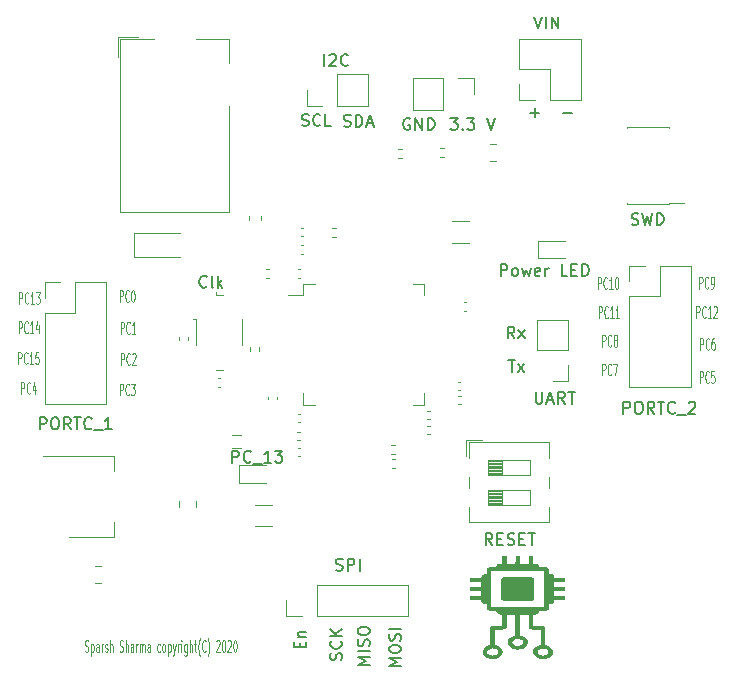
<source format=gbr>
%TF.GenerationSoftware,KiCad,Pcbnew,(5.1.8)-1*%
%TF.CreationDate,2020-11-24T12:22:43+05:30*%
%TF.ProjectId,stm32f405_breakout,73746d33-3266-4343-9035-5f627265616b,rev?*%
%TF.SameCoordinates,Original*%
%TF.FileFunction,Legend,Top*%
%TF.FilePolarity,Positive*%
%FSLAX46Y46*%
G04 Gerber Fmt 4.6, Leading zero omitted, Abs format (unit mm)*
G04 Created by KiCad (PCBNEW (5.1.8)-1) date 2020-11-24 12:22:43*
%MOMM*%
%LPD*%
G01*
G04 APERTURE LIST*
%ADD10C,0.125000*%
%ADD11C,0.150000*%
%ADD12C,0.010000*%
%ADD13C,0.120000*%
G04 APERTURE END LIST*
D10*
X98053533Y-123099461D02*
X98124961Y-123147080D01*
X98244009Y-123147080D01*
X98291628Y-123099461D01*
X98315438Y-123051842D01*
X98339247Y-122956604D01*
X98339247Y-122861366D01*
X98315438Y-122766128D01*
X98291628Y-122718509D01*
X98244009Y-122670890D01*
X98148771Y-122623271D01*
X98101152Y-122575652D01*
X98077342Y-122528033D01*
X98053533Y-122432795D01*
X98053533Y-122337557D01*
X98077342Y-122242319D01*
X98101152Y-122194700D01*
X98148771Y-122147080D01*
X98267819Y-122147080D01*
X98339247Y-122194700D01*
X98553533Y-122480414D02*
X98553533Y-123480414D01*
X98553533Y-122528033D02*
X98601152Y-122480414D01*
X98696390Y-122480414D01*
X98744009Y-122528033D01*
X98767819Y-122575652D01*
X98791628Y-122670890D01*
X98791628Y-122956604D01*
X98767819Y-123051842D01*
X98744009Y-123099461D01*
X98696390Y-123147080D01*
X98601152Y-123147080D01*
X98553533Y-123099461D01*
X99220200Y-123147080D02*
X99220200Y-122623271D01*
X99196390Y-122528033D01*
X99148771Y-122480414D01*
X99053533Y-122480414D01*
X99005914Y-122528033D01*
X99220200Y-123099461D02*
X99172580Y-123147080D01*
X99053533Y-123147080D01*
X99005914Y-123099461D01*
X98982104Y-123004223D01*
X98982104Y-122908985D01*
X99005914Y-122813747D01*
X99053533Y-122766128D01*
X99172580Y-122766128D01*
X99220200Y-122718509D01*
X99458295Y-123147080D02*
X99458295Y-122480414D01*
X99458295Y-122670890D02*
X99482104Y-122575652D01*
X99505914Y-122528033D01*
X99553533Y-122480414D01*
X99601152Y-122480414D01*
X99744009Y-123099461D02*
X99791628Y-123147080D01*
X99886866Y-123147080D01*
X99934485Y-123099461D01*
X99958295Y-123004223D01*
X99958295Y-122956604D01*
X99934485Y-122861366D01*
X99886866Y-122813747D01*
X99815438Y-122813747D01*
X99767819Y-122766128D01*
X99744009Y-122670890D01*
X99744009Y-122623271D01*
X99767819Y-122528033D01*
X99815438Y-122480414D01*
X99886866Y-122480414D01*
X99934485Y-122528033D01*
X100172580Y-123147080D02*
X100172580Y-122147080D01*
X100386866Y-123147080D02*
X100386866Y-122623271D01*
X100363057Y-122528033D01*
X100315438Y-122480414D01*
X100244009Y-122480414D01*
X100196390Y-122528033D01*
X100172580Y-122575652D01*
X100982104Y-123099461D02*
X101053533Y-123147080D01*
X101172580Y-123147080D01*
X101220200Y-123099461D01*
X101244009Y-123051842D01*
X101267819Y-122956604D01*
X101267819Y-122861366D01*
X101244009Y-122766128D01*
X101220200Y-122718509D01*
X101172580Y-122670890D01*
X101077342Y-122623271D01*
X101029723Y-122575652D01*
X101005914Y-122528033D01*
X100982104Y-122432795D01*
X100982104Y-122337557D01*
X101005914Y-122242319D01*
X101029723Y-122194700D01*
X101077342Y-122147080D01*
X101196390Y-122147080D01*
X101267819Y-122194700D01*
X101482104Y-123147080D02*
X101482104Y-122147080D01*
X101696390Y-123147080D02*
X101696390Y-122623271D01*
X101672580Y-122528033D01*
X101624961Y-122480414D01*
X101553533Y-122480414D01*
X101505914Y-122528033D01*
X101482104Y-122575652D01*
X102148771Y-123147080D02*
X102148771Y-122623271D01*
X102124961Y-122528033D01*
X102077342Y-122480414D01*
X101982104Y-122480414D01*
X101934485Y-122528033D01*
X102148771Y-123099461D02*
X102101152Y-123147080D01*
X101982104Y-123147080D01*
X101934485Y-123099461D01*
X101910676Y-123004223D01*
X101910676Y-122908985D01*
X101934485Y-122813747D01*
X101982104Y-122766128D01*
X102101152Y-122766128D01*
X102148771Y-122718509D01*
X102386866Y-123147080D02*
X102386866Y-122480414D01*
X102386866Y-122670890D02*
X102410676Y-122575652D01*
X102434485Y-122528033D01*
X102482104Y-122480414D01*
X102529723Y-122480414D01*
X102696390Y-123147080D02*
X102696390Y-122480414D01*
X102696390Y-122575652D02*
X102720200Y-122528033D01*
X102767819Y-122480414D01*
X102839247Y-122480414D01*
X102886866Y-122528033D01*
X102910676Y-122623271D01*
X102910676Y-123147080D01*
X102910676Y-122623271D02*
X102934485Y-122528033D01*
X102982104Y-122480414D01*
X103053533Y-122480414D01*
X103101152Y-122528033D01*
X103124961Y-122623271D01*
X103124961Y-123147080D01*
X103577342Y-123147080D02*
X103577342Y-122623271D01*
X103553533Y-122528033D01*
X103505914Y-122480414D01*
X103410676Y-122480414D01*
X103363057Y-122528033D01*
X103577342Y-123099461D02*
X103529723Y-123147080D01*
X103410676Y-123147080D01*
X103363057Y-123099461D01*
X103339247Y-123004223D01*
X103339247Y-122908985D01*
X103363057Y-122813747D01*
X103410676Y-122766128D01*
X103529723Y-122766128D01*
X103577342Y-122718509D01*
X104410676Y-123099461D02*
X104363057Y-123147080D01*
X104267819Y-123147080D01*
X104220200Y-123099461D01*
X104196390Y-123051842D01*
X104172580Y-122956604D01*
X104172580Y-122670890D01*
X104196390Y-122575652D01*
X104220200Y-122528033D01*
X104267819Y-122480414D01*
X104363057Y-122480414D01*
X104410676Y-122528033D01*
X104696390Y-123147080D02*
X104648771Y-123099461D01*
X104624961Y-123051842D01*
X104601152Y-122956604D01*
X104601152Y-122670890D01*
X104624961Y-122575652D01*
X104648771Y-122528033D01*
X104696390Y-122480414D01*
X104767819Y-122480414D01*
X104815438Y-122528033D01*
X104839247Y-122575652D01*
X104863057Y-122670890D01*
X104863057Y-122956604D01*
X104839247Y-123051842D01*
X104815438Y-123099461D01*
X104767819Y-123147080D01*
X104696390Y-123147080D01*
X105077342Y-122480414D02*
X105077342Y-123480414D01*
X105077342Y-122528033D02*
X105124961Y-122480414D01*
X105220200Y-122480414D01*
X105267819Y-122528033D01*
X105291628Y-122575652D01*
X105315438Y-122670890D01*
X105315438Y-122956604D01*
X105291628Y-123051842D01*
X105267819Y-123099461D01*
X105220200Y-123147080D01*
X105124961Y-123147080D01*
X105077342Y-123099461D01*
X105482104Y-122480414D02*
X105601152Y-123147080D01*
X105720200Y-122480414D02*
X105601152Y-123147080D01*
X105553533Y-123385176D01*
X105529723Y-123432795D01*
X105482104Y-123480414D01*
X105910676Y-123147080D02*
X105910676Y-122480414D01*
X105910676Y-122670890D02*
X105934485Y-122575652D01*
X105958295Y-122528033D01*
X106005914Y-122480414D01*
X106053533Y-122480414D01*
X106220200Y-123147080D02*
X106220200Y-122480414D01*
X106220200Y-122147080D02*
X106196390Y-122194700D01*
X106220200Y-122242319D01*
X106244009Y-122194700D01*
X106220200Y-122147080D01*
X106220200Y-122242319D01*
X106672580Y-122480414D02*
X106672580Y-123289938D01*
X106648771Y-123385176D01*
X106624961Y-123432795D01*
X106577342Y-123480414D01*
X106505914Y-123480414D01*
X106458295Y-123432795D01*
X106672580Y-123099461D02*
X106624961Y-123147080D01*
X106529723Y-123147080D01*
X106482104Y-123099461D01*
X106458295Y-123051842D01*
X106434485Y-122956604D01*
X106434485Y-122670890D01*
X106458295Y-122575652D01*
X106482104Y-122528033D01*
X106529723Y-122480414D01*
X106624961Y-122480414D01*
X106672580Y-122528033D01*
X106910676Y-123147080D02*
X106910676Y-122147080D01*
X107124961Y-123147080D02*
X107124961Y-122623271D01*
X107101152Y-122528033D01*
X107053533Y-122480414D01*
X106982104Y-122480414D01*
X106934485Y-122528033D01*
X106910676Y-122575652D01*
X107291628Y-122480414D02*
X107482104Y-122480414D01*
X107363057Y-122147080D02*
X107363057Y-123004223D01*
X107386866Y-123099461D01*
X107434485Y-123147080D01*
X107482104Y-123147080D01*
X107791628Y-123528033D02*
X107767819Y-123480414D01*
X107720200Y-123337557D01*
X107696390Y-123242319D01*
X107672580Y-123099461D01*
X107648771Y-122861366D01*
X107648771Y-122670890D01*
X107672580Y-122432795D01*
X107696390Y-122289938D01*
X107720200Y-122194700D01*
X107767819Y-122051842D01*
X107791628Y-122004223D01*
X108267819Y-123051842D02*
X108244009Y-123099461D01*
X108172580Y-123147080D01*
X108124961Y-123147080D01*
X108053533Y-123099461D01*
X108005914Y-123004223D01*
X107982104Y-122908985D01*
X107958295Y-122718509D01*
X107958295Y-122575652D01*
X107982104Y-122385176D01*
X108005914Y-122289938D01*
X108053533Y-122194700D01*
X108124961Y-122147080D01*
X108172580Y-122147080D01*
X108244009Y-122194700D01*
X108267819Y-122242319D01*
X108434485Y-123528033D02*
X108458295Y-123480414D01*
X108505914Y-123337557D01*
X108529723Y-123242319D01*
X108553533Y-123099461D01*
X108577342Y-122861366D01*
X108577342Y-122670890D01*
X108553533Y-122432795D01*
X108529723Y-122289938D01*
X108505914Y-122194700D01*
X108458295Y-122051842D01*
X108434485Y-122004223D01*
X109172580Y-122242319D02*
X109196390Y-122194700D01*
X109244009Y-122147080D01*
X109363057Y-122147080D01*
X109410676Y-122194700D01*
X109434485Y-122242319D01*
X109458295Y-122337557D01*
X109458295Y-122432795D01*
X109434485Y-122575652D01*
X109148771Y-123147080D01*
X109458295Y-123147080D01*
X109767819Y-122147080D02*
X109815438Y-122147080D01*
X109863057Y-122194700D01*
X109886866Y-122242319D01*
X109910676Y-122337557D01*
X109934485Y-122528033D01*
X109934485Y-122766128D01*
X109910676Y-122956604D01*
X109886866Y-123051842D01*
X109863057Y-123099461D01*
X109815438Y-123147080D01*
X109767819Y-123147080D01*
X109720200Y-123099461D01*
X109696390Y-123051842D01*
X109672580Y-122956604D01*
X109648771Y-122766128D01*
X109648771Y-122528033D01*
X109672580Y-122337557D01*
X109696390Y-122242319D01*
X109720200Y-122194700D01*
X109767819Y-122147080D01*
X110124961Y-122242319D02*
X110148771Y-122194700D01*
X110196390Y-122147080D01*
X110315438Y-122147080D01*
X110363057Y-122194700D01*
X110386866Y-122242319D01*
X110410676Y-122337557D01*
X110410676Y-122432795D01*
X110386866Y-122575652D01*
X110101152Y-123147080D01*
X110410676Y-123147080D01*
X110720200Y-122147080D02*
X110767819Y-122147080D01*
X110815438Y-122194700D01*
X110839247Y-122242319D01*
X110863057Y-122337557D01*
X110886866Y-122528033D01*
X110886866Y-122766128D01*
X110863057Y-122956604D01*
X110839247Y-123051842D01*
X110815438Y-123099461D01*
X110767819Y-123147080D01*
X110720200Y-123147080D01*
X110672580Y-123099461D01*
X110648771Y-123051842D01*
X110624961Y-122956604D01*
X110601152Y-122766128D01*
X110601152Y-122528033D01*
X110624961Y-122337557D01*
X110648771Y-122242319D01*
X110672580Y-122194700D01*
X110720200Y-122147080D01*
D11*
X108354857Y-92203542D02*
X108307238Y-92251161D01*
X108164380Y-92298780D01*
X108069142Y-92298780D01*
X107926285Y-92251161D01*
X107831047Y-92155923D01*
X107783428Y-92060685D01*
X107735809Y-91870209D01*
X107735809Y-91727352D01*
X107783428Y-91536876D01*
X107831047Y-91441638D01*
X107926285Y-91346400D01*
X108069142Y-91298780D01*
X108164380Y-91298780D01*
X108307238Y-91346400D01*
X108354857Y-91394019D01*
X108926285Y-92298780D02*
X108831047Y-92251161D01*
X108783428Y-92155923D01*
X108783428Y-91298780D01*
X109307238Y-92298780D02*
X109307238Y-91298780D01*
X109402476Y-91917828D02*
X109688190Y-92298780D01*
X109688190Y-91632114D02*
X109307238Y-92013066D01*
D10*
X141471757Y-92413080D02*
X141471757Y-91413080D01*
X141662233Y-91413080D01*
X141709852Y-91460700D01*
X141733661Y-91508319D01*
X141757471Y-91603557D01*
X141757471Y-91746414D01*
X141733661Y-91841652D01*
X141709852Y-91889271D01*
X141662233Y-91936890D01*
X141471757Y-91936890D01*
X142257471Y-92317842D02*
X142233661Y-92365461D01*
X142162233Y-92413080D01*
X142114614Y-92413080D01*
X142043185Y-92365461D01*
X141995566Y-92270223D01*
X141971757Y-92174985D01*
X141947947Y-91984509D01*
X141947947Y-91841652D01*
X141971757Y-91651176D01*
X141995566Y-91555938D01*
X142043185Y-91460700D01*
X142114614Y-91413080D01*
X142162233Y-91413080D01*
X142233661Y-91460700D01*
X142257471Y-91508319D01*
X142733661Y-92413080D02*
X142447947Y-92413080D01*
X142590804Y-92413080D02*
X142590804Y-91413080D01*
X142543185Y-91555938D01*
X142495566Y-91651176D01*
X142447947Y-91698795D01*
X143043185Y-91413080D02*
X143090804Y-91413080D01*
X143138423Y-91460700D01*
X143162233Y-91508319D01*
X143186042Y-91603557D01*
X143209852Y-91794033D01*
X143209852Y-92032128D01*
X143186042Y-92222604D01*
X143162233Y-92317842D01*
X143138423Y-92365461D01*
X143090804Y-92413080D01*
X143043185Y-92413080D01*
X142995566Y-92365461D01*
X142971757Y-92317842D01*
X142947947Y-92222604D01*
X142924138Y-92032128D01*
X142924138Y-91794033D01*
X142947947Y-91603557D01*
X142971757Y-91508319D01*
X142995566Y-91460700D01*
X143043185Y-91413080D01*
X141535257Y-94889580D02*
X141535257Y-93889580D01*
X141725733Y-93889580D01*
X141773352Y-93937200D01*
X141797161Y-93984819D01*
X141820971Y-94080057D01*
X141820971Y-94222914D01*
X141797161Y-94318152D01*
X141773352Y-94365771D01*
X141725733Y-94413390D01*
X141535257Y-94413390D01*
X142320971Y-94794342D02*
X142297161Y-94841961D01*
X142225733Y-94889580D01*
X142178114Y-94889580D01*
X142106685Y-94841961D01*
X142059066Y-94746723D01*
X142035257Y-94651485D01*
X142011447Y-94461009D01*
X142011447Y-94318152D01*
X142035257Y-94127676D01*
X142059066Y-94032438D01*
X142106685Y-93937200D01*
X142178114Y-93889580D01*
X142225733Y-93889580D01*
X142297161Y-93937200D01*
X142320971Y-93984819D01*
X142797161Y-94889580D02*
X142511447Y-94889580D01*
X142654304Y-94889580D02*
X142654304Y-93889580D01*
X142606685Y-94032438D01*
X142559066Y-94127676D01*
X142511447Y-94175295D01*
X143273352Y-94889580D02*
X142987638Y-94889580D01*
X143130495Y-94889580D02*
X143130495Y-93889580D01*
X143082876Y-94032438D01*
X143035257Y-94127676D01*
X142987638Y-94175295D01*
X141836852Y-97302580D02*
X141836852Y-96302580D01*
X142027328Y-96302580D01*
X142074947Y-96350200D01*
X142098757Y-96397819D01*
X142122566Y-96493057D01*
X142122566Y-96635914D01*
X142098757Y-96731152D01*
X142074947Y-96778771D01*
X142027328Y-96826390D01*
X141836852Y-96826390D01*
X142622566Y-97207342D02*
X142598757Y-97254961D01*
X142527328Y-97302580D01*
X142479709Y-97302580D01*
X142408280Y-97254961D01*
X142360661Y-97159723D01*
X142336852Y-97064485D01*
X142313042Y-96874009D01*
X142313042Y-96731152D01*
X142336852Y-96540676D01*
X142360661Y-96445438D01*
X142408280Y-96350200D01*
X142479709Y-96302580D01*
X142527328Y-96302580D01*
X142598757Y-96350200D01*
X142622566Y-96397819D01*
X142908280Y-96731152D02*
X142860661Y-96683533D01*
X142836852Y-96635914D01*
X142813042Y-96540676D01*
X142813042Y-96493057D01*
X142836852Y-96397819D01*
X142860661Y-96350200D01*
X142908280Y-96302580D01*
X143003519Y-96302580D01*
X143051138Y-96350200D01*
X143074947Y-96397819D01*
X143098757Y-96493057D01*
X143098757Y-96540676D01*
X143074947Y-96635914D01*
X143051138Y-96683533D01*
X143003519Y-96731152D01*
X142908280Y-96731152D01*
X142860661Y-96778771D01*
X142836852Y-96826390D01*
X142813042Y-96921628D01*
X142813042Y-97112104D01*
X142836852Y-97207342D01*
X142860661Y-97254961D01*
X142908280Y-97302580D01*
X143003519Y-97302580D01*
X143051138Y-97254961D01*
X143074947Y-97207342D01*
X143098757Y-97112104D01*
X143098757Y-96921628D01*
X143074947Y-96826390D01*
X143051138Y-96778771D01*
X143003519Y-96731152D01*
X141836852Y-99740980D02*
X141836852Y-98740980D01*
X142027328Y-98740980D01*
X142074947Y-98788600D01*
X142098757Y-98836219D01*
X142122566Y-98931457D01*
X142122566Y-99074314D01*
X142098757Y-99169552D01*
X142074947Y-99217171D01*
X142027328Y-99264790D01*
X141836852Y-99264790D01*
X142622566Y-99645742D02*
X142598757Y-99693361D01*
X142527328Y-99740980D01*
X142479709Y-99740980D01*
X142408280Y-99693361D01*
X142360661Y-99598123D01*
X142336852Y-99502885D01*
X142313042Y-99312409D01*
X142313042Y-99169552D01*
X142336852Y-98979076D01*
X142360661Y-98883838D01*
X142408280Y-98788600D01*
X142479709Y-98740980D01*
X142527328Y-98740980D01*
X142598757Y-98788600D01*
X142622566Y-98836219D01*
X142789233Y-98740980D02*
X143122566Y-98740980D01*
X142908280Y-99740980D01*
X150091852Y-100363280D02*
X150091852Y-99363280D01*
X150282328Y-99363280D01*
X150329947Y-99410900D01*
X150353757Y-99458519D01*
X150377566Y-99553757D01*
X150377566Y-99696614D01*
X150353757Y-99791852D01*
X150329947Y-99839471D01*
X150282328Y-99887090D01*
X150091852Y-99887090D01*
X150877566Y-100268042D02*
X150853757Y-100315661D01*
X150782328Y-100363280D01*
X150734709Y-100363280D01*
X150663280Y-100315661D01*
X150615661Y-100220423D01*
X150591852Y-100125185D01*
X150568042Y-99934709D01*
X150568042Y-99791852D01*
X150591852Y-99601376D01*
X150615661Y-99506138D01*
X150663280Y-99410900D01*
X150734709Y-99363280D01*
X150782328Y-99363280D01*
X150853757Y-99410900D01*
X150877566Y-99458519D01*
X151329947Y-99363280D02*
X151091852Y-99363280D01*
X151068042Y-99839471D01*
X151091852Y-99791852D01*
X151139471Y-99744233D01*
X151258519Y-99744233D01*
X151306138Y-99791852D01*
X151329947Y-99839471D01*
X151353757Y-99934709D01*
X151353757Y-100172804D01*
X151329947Y-100268042D01*
X151306138Y-100315661D01*
X151258519Y-100363280D01*
X151139471Y-100363280D01*
X151091852Y-100315661D01*
X151068042Y-100268042D01*
X150117252Y-97569280D02*
X150117252Y-96569280D01*
X150307728Y-96569280D01*
X150355347Y-96616900D01*
X150379157Y-96664519D01*
X150402966Y-96759757D01*
X150402966Y-96902614D01*
X150379157Y-96997852D01*
X150355347Y-97045471D01*
X150307728Y-97093090D01*
X150117252Y-97093090D01*
X150902966Y-97474042D02*
X150879157Y-97521661D01*
X150807728Y-97569280D01*
X150760109Y-97569280D01*
X150688680Y-97521661D01*
X150641061Y-97426423D01*
X150617252Y-97331185D01*
X150593442Y-97140709D01*
X150593442Y-96997852D01*
X150617252Y-96807376D01*
X150641061Y-96712138D01*
X150688680Y-96616900D01*
X150760109Y-96569280D01*
X150807728Y-96569280D01*
X150879157Y-96616900D01*
X150902966Y-96664519D01*
X151331538Y-96569280D02*
X151236300Y-96569280D01*
X151188680Y-96616900D01*
X151164871Y-96664519D01*
X151117252Y-96807376D01*
X151093442Y-96997852D01*
X151093442Y-97378804D01*
X151117252Y-97474042D01*
X151141061Y-97521661D01*
X151188680Y-97569280D01*
X151283919Y-97569280D01*
X151331538Y-97521661D01*
X151355347Y-97474042D01*
X151379157Y-97378804D01*
X151379157Y-97140709D01*
X151355347Y-97045471D01*
X151331538Y-96997852D01*
X151283919Y-96950233D01*
X151188680Y-96950233D01*
X151141061Y-96997852D01*
X151117252Y-97045471D01*
X151093442Y-97140709D01*
X149815657Y-94864180D02*
X149815657Y-93864180D01*
X150006133Y-93864180D01*
X150053752Y-93911800D01*
X150077561Y-93959419D01*
X150101371Y-94054657D01*
X150101371Y-94197514D01*
X150077561Y-94292752D01*
X150053752Y-94340371D01*
X150006133Y-94387990D01*
X149815657Y-94387990D01*
X150601371Y-94768942D02*
X150577561Y-94816561D01*
X150506133Y-94864180D01*
X150458514Y-94864180D01*
X150387085Y-94816561D01*
X150339466Y-94721323D01*
X150315657Y-94626085D01*
X150291847Y-94435609D01*
X150291847Y-94292752D01*
X150315657Y-94102276D01*
X150339466Y-94007038D01*
X150387085Y-93911800D01*
X150458514Y-93864180D01*
X150506133Y-93864180D01*
X150577561Y-93911800D01*
X150601371Y-93959419D01*
X151077561Y-94864180D02*
X150791847Y-94864180D01*
X150934704Y-94864180D02*
X150934704Y-93864180D01*
X150887085Y-94007038D01*
X150839466Y-94102276D01*
X150791847Y-94149895D01*
X151268038Y-93959419D02*
X151291847Y-93911800D01*
X151339466Y-93864180D01*
X151458514Y-93864180D01*
X151506133Y-93911800D01*
X151529942Y-93959419D01*
X151553752Y-94054657D01*
X151553752Y-94149895D01*
X151529942Y-94292752D01*
X151244228Y-94864180D01*
X151553752Y-94864180D01*
X150053752Y-92387680D02*
X150053752Y-91387680D01*
X150244228Y-91387680D01*
X150291847Y-91435300D01*
X150315657Y-91482919D01*
X150339466Y-91578157D01*
X150339466Y-91721014D01*
X150315657Y-91816252D01*
X150291847Y-91863871D01*
X150244228Y-91911490D01*
X150053752Y-91911490D01*
X150839466Y-92292442D02*
X150815657Y-92340061D01*
X150744228Y-92387680D01*
X150696609Y-92387680D01*
X150625180Y-92340061D01*
X150577561Y-92244823D01*
X150553752Y-92149585D01*
X150529942Y-91959109D01*
X150529942Y-91816252D01*
X150553752Y-91625776D01*
X150577561Y-91530538D01*
X150625180Y-91435300D01*
X150696609Y-91387680D01*
X150744228Y-91387680D01*
X150815657Y-91435300D01*
X150839466Y-91482919D01*
X151077561Y-92387680D02*
X151172800Y-92387680D01*
X151220419Y-92340061D01*
X151244228Y-92292442D01*
X151291847Y-92149585D01*
X151315657Y-91959109D01*
X151315657Y-91578157D01*
X151291847Y-91482919D01*
X151268038Y-91435300D01*
X151220419Y-91387680D01*
X151125180Y-91387680D01*
X151077561Y-91435300D01*
X151053752Y-91482919D01*
X151029942Y-91578157D01*
X151029942Y-91816252D01*
X151053752Y-91911490D01*
X151077561Y-91959109D01*
X151125180Y-92006728D01*
X151220419Y-92006728D01*
X151268038Y-91959109D01*
X151291847Y-91911490D01*
X151315657Y-91816252D01*
X100993652Y-101430080D02*
X100993652Y-100430080D01*
X101184128Y-100430080D01*
X101231747Y-100477700D01*
X101255557Y-100525319D01*
X101279366Y-100620557D01*
X101279366Y-100763414D01*
X101255557Y-100858652D01*
X101231747Y-100906271D01*
X101184128Y-100953890D01*
X100993652Y-100953890D01*
X101779366Y-101334842D02*
X101755557Y-101382461D01*
X101684128Y-101430080D01*
X101636509Y-101430080D01*
X101565080Y-101382461D01*
X101517461Y-101287223D01*
X101493652Y-101191985D01*
X101469842Y-101001509D01*
X101469842Y-100858652D01*
X101493652Y-100668176D01*
X101517461Y-100572938D01*
X101565080Y-100477700D01*
X101636509Y-100430080D01*
X101684128Y-100430080D01*
X101755557Y-100477700D01*
X101779366Y-100525319D01*
X101946033Y-100430080D02*
X102255557Y-100430080D01*
X102088890Y-100811033D01*
X102160319Y-100811033D01*
X102207938Y-100858652D01*
X102231747Y-100906271D01*
X102255557Y-101001509D01*
X102255557Y-101239604D01*
X102231747Y-101334842D01*
X102207938Y-101382461D01*
X102160319Y-101430080D01*
X102017461Y-101430080D01*
X101969842Y-101382461D01*
X101946033Y-101334842D01*
X101082552Y-98839280D02*
X101082552Y-97839280D01*
X101273028Y-97839280D01*
X101320647Y-97886900D01*
X101344457Y-97934519D01*
X101368266Y-98029757D01*
X101368266Y-98172614D01*
X101344457Y-98267852D01*
X101320647Y-98315471D01*
X101273028Y-98363090D01*
X101082552Y-98363090D01*
X101868266Y-98744042D02*
X101844457Y-98791661D01*
X101773028Y-98839280D01*
X101725409Y-98839280D01*
X101653980Y-98791661D01*
X101606361Y-98696423D01*
X101582552Y-98601185D01*
X101558742Y-98410709D01*
X101558742Y-98267852D01*
X101582552Y-98077376D01*
X101606361Y-97982138D01*
X101653980Y-97886900D01*
X101725409Y-97839280D01*
X101773028Y-97839280D01*
X101844457Y-97886900D01*
X101868266Y-97934519D01*
X102058742Y-97934519D02*
X102082552Y-97886900D01*
X102130171Y-97839280D01*
X102249219Y-97839280D01*
X102296838Y-97886900D01*
X102320647Y-97934519D01*
X102344457Y-98029757D01*
X102344457Y-98124995D01*
X102320647Y-98267852D01*
X102034933Y-98839280D01*
X102344457Y-98839280D01*
X101057152Y-96210380D02*
X101057152Y-95210380D01*
X101247628Y-95210380D01*
X101295247Y-95258000D01*
X101319057Y-95305619D01*
X101342866Y-95400857D01*
X101342866Y-95543714D01*
X101319057Y-95638952D01*
X101295247Y-95686571D01*
X101247628Y-95734190D01*
X101057152Y-95734190D01*
X101842866Y-96115142D02*
X101819057Y-96162761D01*
X101747628Y-96210380D01*
X101700009Y-96210380D01*
X101628580Y-96162761D01*
X101580961Y-96067523D01*
X101557152Y-95972285D01*
X101533342Y-95781809D01*
X101533342Y-95638952D01*
X101557152Y-95448476D01*
X101580961Y-95353238D01*
X101628580Y-95258000D01*
X101700009Y-95210380D01*
X101747628Y-95210380D01*
X101819057Y-95258000D01*
X101842866Y-95305619D01*
X102319057Y-96210380D02*
X102033342Y-96210380D01*
X102176200Y-96210380D02*
X102176200Y-95210380D01*
X102128580Y-95353238D01*
X102080961Y-95448476D01*
X102033342Y-95496095D01*
X100980952Y-93530680D02*
X100980952Y-92530680D01*
X101171428Y-92530680D01*
X101219047Y-92578300D01*
X101242857Y-92625919D01*
X101266666Y-92721157D01*
X101266666Y-92864014D01*
X101242857Y-92959252D01*
X101219047Y-93006871D01*
X101171428Y-93054490D01*
X100980952Y-93054490D01*
X101766666Y-93435442D02*
X101742857Y-93483061D01*
X101671428Y-93530680D01*
X101623809Y-93530680D01*
X101552380Y-93483061D01*
X101504761Y-93387823D01*
X101480952Y-93292585D01*
X101457142Y-93102109D01*
X101457142Y-92959252D01*
X101480952Y-92768776D01*
X101504761Y-92673538D01*
X101552380Y-92578300D01*
X101623809Y-92530680D01*
X101671428Y-92530680D01*
X101742857Y-92578300D01*
X101766666Y-92625919D01*
X102076190Y-92530680D02*
X102123809Y-92530680D01*
X102171428Y-92578300D01*
X102195238Y-92625919D01*
X102219047Y-92721157D01*
X102242857Y-92911633D01*
X102242857Y-93149728D01*
X102219047Y-93340204D01*
X102195238Y-93435442D01*
X102171428Y-93483061D01*
X102123809Y-93530680D01*
X102076190Y-93530680D01*
X102028571Y-93483061D01*
X102004761Y-93435442D01*
X101980952Y-93340204D01*
X101957142Y-93149728D01*
X101957142Y-92911633D01*
X101980952Y-92721157D01*
X102004761Y-92625919D01*
X102028571Y-92578300D01*
X102076190Y-92530680D01*
X92637052Y-101315780D02*
X92637052Y-100315780D01*
X92827528Y-100315780D01*
X92875147Y-100363400D01*
X92898957Y-100411019D01*
X92922766Y-100506257D01*
X92922766Y-100649114D01*
X92898957Y-100744352D01*
X92875147Y-100791971D01*
X92827528Y-100839590D01*
X92637052Y-100839590D01*
X93422766Y-101220542D02*
X93398957Y-101268161D01*
X93327528Y-101315780D01*
X93279909Y-101315780D01*
X93208480Y-101268161D01*
X93160861Y-101172923D01*
X93137052Y-101077685D01*
X93113242Y-100887209D01*
X93113242Y-100744352D01*
X93137052Y-100553876D01*
X93160861Y-100458638D01*
X93208480Y-100363400D01*
X93279909Y-100315780D01*
X93327528Y-100315780D01*
X93398957Y-100363400D01*
X93422766Y-100411019D01*
X93851338Y-100649114D02*
X93851338Y-101315780D01*
X93732290Y-100268161D02*
X93613242Y-100982447D01*
X93922766Y-100982447D01*
X92398957Y-98775780D02*
X92398957Y-97775780D01*
X92589433Y-97775780D01*
X92637052Y-97823400D01*
X92660861Y-97871019D01*
X92684671Y-97966257D01*
X92684671Y-98109114D01*
X92660861Y-98204352D01*
X92637052Y-98251971D01*
X92589433Y-98299590D01*
X92398957Y-98299590D01*
X93184671Y-98680542D02*
X93160861Y-98728161D01*
X93089433Y-98775780D01*
X93041814Y-98775780D01*
X92970385Y-98728161D01*
X92922766Y-98632923D01*
X92898957Y-98537685D01*
X92875147Y-98347209D01*
X92875147Y-98204352D01*
X92898957Y-98013876D01*
X92922766Y-97918638D01*
X92970385Y-97823400D01*
X93041814Y-97775780D01*
X93089433Y-97775780D01*
X93160861Y-97823400D01*
X93184671Y-97871019D01*
X93660861Y-98775780D02*
X93375147Y-98775780D01*
X93518004Y-98775780D02*
X93518004Y-97775780D01*
X93470385Y-97918638D01*
X93422766Y-98013876D01*
X93375147Y-98061495D01*
X94113242Y-97775780D02*
X93875147Y-97775780D01*
X93851338Y-98251971D01*
X93875147Y-98204352D01*
X93922766Y-98156733D01*
X94041814Y-98156733D01*
X94089433Y-98204352D01*
X94113242Y-98251971D01*
X94137052Y-98347209D01*
X94137052Y-98585304D01*
X94113242Y-98680542D01*
X94089433Y-98728161D01*
X94041814Y-98775780D01*
X93922766Y-98775780D01*
X93875147Y-98728161D01*
X93851338Y-98680542D01*
X92424357Y-96172280D02*
X92424357Y-95172280D01*
X92614833Y-95172280D01*
X92662452Y-95219900D01*
X92686261Y-95267519D01*
X92710071Y-95362757D01*
X92710071Y-95505614D01*
X92686261Y-95600852D01*
X92662452Y-95648471D01*
X92614833Y-95696090D01*
X92424357Y-95696090D01*
X93210071Y-96077042D02*
X93186261Y-96124661D01*
X93114833Y-96172280D01*
X93067214Y-96172280D01*
X92995785Y-96124661D01*
X92948166Y-96029423D01*
X92924357Y-95934185D01*
X92900547Y-95743709D01*
X92900547Y-95600852D01*
X92924357Y-95410376D01*
X92948166Y-95315138D01*
X92995785Y-95219900D01*
X93067214Y-95172280D01*
X93114833Y-95172280D01*
X93186261Y-95219900D01*
X93210071Y-95267519D01*
X93686261Y-96172280D02*
X93400547Y-96172280D01*
X93543404Y-96172280D02*
X93543404Y-95172280D01*
X93495785Y-95315138D01*
X93448166Y-95410376D01*
X93400547Y-95457995D01*
X94114833Y-95505614D02*
X94114833Y-96172280D01*
X93995785Y-95124661D02*
X93876738Y-95838947D01*
X94186261Y-95838947D01*
X92462457Y-93695780D02*
X92462457Y-92695780D01*
X92652933Y-92695780D01*
X92700552Y-92743400D01*
X92724361Y-92791019D01*
X92748171Y-92886257D01*
X92748171Y-93029114D01*
X92724361Y-93124352D01*
X92700552Y-93171971D01*
X92652933Y-93219590D01*
X92462457Y-93219590D01*
X93248171Y-93600542D02*
X93224361Y-93648161D01*
X93152933Y-93695780D01*
X93105314Y-93695780D01*
X93033885Y-93648161D01*
X92986266Y-93552923D01*
X92962457Y-93457685D01*
X92938647Y-93267209D01*
X92938647Y-93124352D01*
X92962457Y-92933876D01*
X92986266Y-92838638D01*
X93033885Y-92743400D01*
X93105314Y-92695780D01*
X93152933Y-92695780D01*
X93224361Y-92743400D01*
X93248171Y-92791019D01*
X93724361Y-93695780D02*
X93438647Y-93695780D01*
X93581504Y-93695780D02*
X93581504Y-92695780D01*
X93533885Y-92838638D01*
X93486266Y-92933876D01*
X93438647Y-92981495D01*
X93891028Y-92695780D02*
X94200552Y-92695780D01*
X94033885Y-93076733D01*
X94105314Y-93076733D01*
X94152933Y-93124352D01*
X94176742Y-93171971D01*
X94200552Y-93267209D01*
X94200552Y-93505304D01*
X94176742Y-93600542D01*
X94152933Y-93648161D01*
X94105314Y-93695780D01*
X93962457Y-93695780D01*
X93914838Y-93648161D01*
X93891028Y-93600542D01*
D11*
X124785380Y-124329628D02*
X123785380Y-124329628D01*
X124499666Y-123996295D01*
X123785380Y-123662961D01*
X124785380Y-123662961D01*
X123785380Y-122996295D02*
X123785380Y-122805819D01*
X123833000Y-122710580D01*
X123928238Y-122615342D01*
X124118714Y-122567723D01*
X124452047Y-122567723D01*
X124642523Y-122615342D01*
X124737761Y-122710580D01*
X124785380Y-122805819D01*
X124785380Y-122996295D01*
X124737761Y-123091533D01*
X124642523Y-123186771D01*
X124452047Y-123234390D01*
X124118714Y-123234390D01*
X123928238Y-123186771D01*
X123833000Y-123091533D01*
X123785380Y-122996295D01*
X124737761Y-122186771D02*
X124785380Y-122043914D01*
X124785380Y-121805819D01*
X124737761Y-121710580D01*
X124690142Y-121662961D01*
X124594904Y-121615342D01*
X124499666Y-121615342D01*
X124404428Y-121662961D01*
X124356809Y-121710580D01*
X124309190Y-121805819D01*
X124261571Y-121996295D01*
X124213952Y-122091533D01*
X124166333Y-122139152D01*
X124071095Y-122186771D01*
X123975857Y-122186771D01*
X123880619Y-122139152D01*
X123833000Y-122091533D01*
X123785380Y-121996295D01*
X123785380Y-121758200D01*
X123833000Y-121615342D01*
X124785380Y-121186771D02*
X123785380Y-121186771D01*
X122143780Y-124228028D02*
X121143780Y-124228028D01*
X121858066Y-123894695D01*
X121143780Y-123561361D01*
X122143780Y-123561361D01*
X122143780Y-123085171D02*
X121143780Y-123085171D01*
X122096161Y-122656600D02*
X122143780Y-122513742D01*
X122143780Y-122275647D01*
X122096161Y-122180409D01*
X122048542Y-122132790D01*
X121953304Y-122085171D01*
X121858066Y-122085171D01*
X121762828Y-122132790D01*
X121715209Y-122180409D01*
X121667590Y-122275647D01*
X121619971Y-122466123D01*
X121572352Y-122561361D01*
X121524733Y-122608980D01*
X121429495Y-122656600D01*
X121334257Y-122656600D01*
X121239019Y-122608980D01*
X121191400Y-122561361D01*
X121143780Y-122466123D01*
X121143780Y-122228028D01*
X121191400Y-122085171D01*
X121143780Y-121466123D02*
X121143780Y-121275647D01*
X121191400Y-121180409D01*
X121286638Y-121085171D01*
X121477114Y-121037552D01*
X121810447Y-121037552D01*
X122000923Y-121085171D01*
X122096161Y-121180409D01*
X122143780Y-121275647D01*
X122143780Y-121466123D01*
X122096161Y-121561361D01*
X122000923Y-121656600D01*
X121810447Y-121704219D01*
X121477114Y-121704219D01*
X121286638Y-121656600D01*
X121191400Y-121561361D01*
X121143780Y-121466123D01*
X119759361Y-123815314D02*
X119806980Y-123672457D01*
X119806980Y-123434361D01*
X119759361Y-123339123D01*
X119711742Y-123291504D01*
X119616504Y-123243885D01*
X119521266Y-123243885D01*
X119426028Y-123291504D01*
X119378409Y-123339123D01*
X119330790Y-123434361D01*
X119283171Y-123624838D01*
X119235552Y-123720076D01*
X119187933Y-123767695D01*
X119092695Y-123815314D01*
X118997457Y-123815314D01*
X118902219Y-123767695D01*
X118854600Y-123720076D01*
X118806980Y-123624838D01*
X118806980Y-123386742D01*
X118854600Y-123243885D01*
X119711742Y-122243885D02*
X119759361Y-122291504D01*
X119806980Y-122434361D01*
X119806980Y-122529600D01*
X119759361Y-122672457D01*
X119664123Y-122767695D01*
X119568885Y-122815314D01*
X119378409Y-122862933D01*
X119235552Y-122862933D01*
X119045076Y-122815314D01*
X118949838Y-122767695D01*
X118854600Y-122672457D01*
X118806980Y-122529600D01*
X118806980Y-122434361D01*
X118854600Y-122291504D01*
X118902219Y-122243885D01*
X119806980Y-121815314D02*
X118806980Y-121815314D01*
X119806980Y-121243885D02*
X119235552Y-121672457D01*
X118806980Y-121243885D02*
X119378409Y-121815314D01*
X116247871Y-122764466D02*
X116247871Y-122431133D01*
X116771680Y-122288276D02*
X116771680Y-122764466D01*
X115771680Y-122764466D01*
X115771680Y-122288276D01*
X116105014Y-121859704D02*
X116771680Y-121859704D01*
X116200252Y-121859704D02*
X116152633Y-121812085D01*
X116105014Y-121716847D01*
X116105014Y-121573990D01*
X116152633Y-121478752D01*
X116247871Y-121431133D01*
X116771680Y-121431133D01*
X133878723Y-98436180D02*
X134450152Y-98436180D01*
X134164438Y-99436180D02*
X134164438Y-98436180D01*
X134688247Y-99436180D02*
X135212057Y-98769514D01*
X134688247Y-98769514D02*
X135212057Y-99436180D01*
X134410461Y-96604080D02*
X134077128Y-96127890D01*
X133839033Y-96604080D02*
X133839033Y-95604080D01*
X134219985Y-95604080D01*
X134315223Y-95651700D01*
X134362842Y-95699319D01*
X134410461Y-95794557D01*
X134410461Y-95937414D01*
X134362842Y-96032652D01*
X134315223Y-96080271D01*
X134219985Y-96127890D01*
X133839033Y-96127890D01*
X134743795Y-96604080D02*
X135267604Y-95937414D01*
X134743795Y-95937414D02*
X135267604Y-96604080D01*
X144324557Y-86942561D02*
X144467414Y-86990180D01*
X144705509Y-86990180D01*
X144800747Y-86942561D01*
X144848366Y-86894942D01*
X144895985Y-86799704D01*
X144895985Y-86704466D01*
X144848366Y-86609228D01*
X144800747Y-86561609D01*
X144705509Y-86513990D01*
X144515033Y-86466371D01*
X144419795Y-86418752D01*
X144372176Y-86371133D01*
X144324557Y-86275895D01*
X144324557Y-86180657D01*
X144372176Y-86085419D01*
X144419795Y-86037800D01*
X144515033Y-85990180D01*
X144753128Y-85990180D01*
X144895985Y-86037800D01*
X145229319Y-85990180D02*
X145467414Y-86990180D01*
X145657890Y-86275895D01*
X145848366Y-86990180D01*
X146086461Y-85990180D01*
X146467414Y-86990180D02*
X146467414Y-85990180D01*
X146705509Y-85990180D01*
X146848366Y-86037800D01*
X146943604Y-86133038D01*
X146991223Y-86228276D01*
X147038842Y-86418752D01*
X147038842Y-86561609D01*
X146991223Y-86752085D01*
X146943604Y-86847323D01*
X146848366Y-86942561D01*
X146705509Y-86990180D01*
X146467414Y-86990180D01*
X125552295Y-78011400D02*
X125457057Y-77963780D01*
X125314200Y-77963780D01*
X125171342Y-78011400D01*
X125076104Y-78106638D01*
X125028485Y-78201876D01*
X124980866Y-78392352D01*
X124980866Y-78535209D01*
X125028485Y-78725685D01*
X125076104Y-78820923D01*
X125171342Y-78916161D01*
X125314200Y-78963780D01*
X125409438Y-78963780D01*
X125552295Y-78916161D01*
X125599914Y-78868542D01*
X125599914Y-78535209D01*
X125409438Y-78535209D01*
X126028485Y-78963780D02*
X126028485Y-77963780D01*
X126599914Y-78963780D01*
X126599914Y-77963780D01*
X127076104Y-78963780D02*
X127076104Y-77963780D01*
X127314200Y-77963780D01*
X127457057Y-78011400D01*
X127552295Y-78106638D01*
X127599914Y-78201876D01*
X127647533Y-78392352D01*
X127647533Y-78535209D01*
X127599914Y-78725685D01*
X127552295Y-78820923D01*
X127457057Y-78916161D01*
X127314200Y-78963780D01*
X127076104Y-78963780D01*
X138480847Y-77490628D02*
X139242752Y-77490628D01*
X135750347Y-77516028D02*
X136512252Y-77516028D01*
X136131300Y-77896980D02*
X136131300Y-77135076D01*
X119969114Y-78636761D02*
X120111971Y-78684380D01*
X120350066Y-78684380D01*
X120445304Y-78636761D01*
X120492923Y-78589142D01*
X120540542Y-78493904D01*
X120540542Y-78398666D01*
X120492923Y-78303428D01*
X120445304Y-78255809D01*
X120350066Y-78208190D01*
X120159590Y-78160571D01*
X120064352Y-78112952D01*
X120016733Y-78065333D01*
X119969114Y-77970095D01*
X119969114Y-77874857D01*
X120016733Y-77779619D01*
X120064352Y-77732000D01*
X120159590Y-77684380D01*
X120397685Y-77684380D01*
X120540542Y-77732000D01*
X120969114Y-78684380D02*
X120969114Y-77684380D01*
X121207209Y-77684380D01*
X121350066Y-77732000D01*
X121445304Y-77827238D01*
X121492923Y-77922476D01*
X121540542Y-78112952D01*
X121540542Y-78255809D01*
X121492923Y-78446285D01*
X121445304Y-78541523D01*
X121350066Y-78636761D01*
X121207209Y-78684380D01*
X120969114Y-78684380D01*
X121921495Y-78398666D02*
X122397685Y-78398666D01*
X121826257Y-78684380D02*
X122159590Y-77684380D01*
X122492923Y-78684380D01*
X116411523Y-78560561D02*
X116554380Y-78608180D01*
X116792476Y-78608180D01*
X116887714Y-78560561D01*
X116935333Y-78512942D01*
X116982952Y-78417704D01*
X116982952Y-78322466D01*
X116935333Y-78227228D01*
X116887714Y-78179609D01*
X116792476Y-78131990D01*
X116602000Y-78084371D01*
X116506761Y-78036752D01*
X116459142Y-77989133D01*
X116411523Y-77893895D01*
X116411523Y-77798657D01*
X116459142Y-77703419D01*
X116506761Y-77655800D01*
X116602000Y-77608180D01*
X116840095Y-77608180D01*
X116982952Y-77655800D01*
X117982952Y-78512942D02*
X117935333Y-78560561D01*
X117792476Y-78608180D01*
X117697238Y-78608180D01*
X117554380Y-78560561D01*
X117459142Y-78465323D01*
X117411523Y-78370085D01*
X117363904Y-78179609D01*
X117363904Y-78036752D01*
X117411523Y-77846276D01*
X117459142Y-77751038D01*
X117554380Y-77655800D01*
X117697238Y-77608180D01*
X117792476Y-77608180D01*
X117935333Y-77655800D01*
X117982952Y-77703419D01*
X118887714Y-78608180D02*
X118411523Y-78608180D01*
X118411523Y-77608180D01*
X133229814Y-91320880D02*
X133229814Y-90320880D01*
X133610766Y-90320880D01*
X133706004Y-90368500D01*
X133753623Y-90416119D01*
X133801242Y-90511357D01*
X133801242Y-90654214D01*
X133753623Y-90749452D01*
X133706004Y-90797071D01*
X133610766Y-90844690D01*
X133229814Y-90844690D01*
X134372671Y-91320880D02*
X134277433Y-91273261D01*
X134229814Y-91225642D01*
X134182195Y-91130404D01*
X134182195Y-90844690D01*
X134229814Y-90749452D01*
X134277433Y-90701833D01*
X134372671Y-90654214D01*
X134515528Y-90654214D01*
X134610766Y-90701833D01*
X134658385Y-90749452D01*
X134706004Y-90844690D01*
X134706004Y-91130404D01*
X134658385Y-91225642D01*
X134610766Y-91273261D01*
X134515528Y-91320880D01*
X134372671Y-91320880D01*
X135039338Y-90654214D02*
X135229814Y-91320880D01*
X135420290Y-90844690D01*
X135610766Y-91320880D01*
X135801242Y-90654214D01*
X136563147Y-91273261D02*
X136467909Y-91320880D01*
X136277433Y-91320880D01*
X136182195Y-91273261D01*
X136134576Y-91178023D01*
X136134576Y-90797071D01*
X136182195Y-90701833D01*
X136277433Y-90654214D01*
X136467909Y-90654214D01*
X136563147Y-90701833D01*
X136610766Y-90797071D01*
X136610766Y-90892309D01*
X136134576Y-90987547D01*
X137039338Y-91320880D02*
X137039338Y-90654214D01*
X137039338Y-90844690D02*
X137086957Y-90749452D01*
X137134576Y-90701833D01*
X137229814Y-90654214D01*
X137325052Y-90654214D01*
X138896480Y-91320880D02*
X138420290Y-91320880D01*
X138420290Y-90320880D01*
X139229814Y-90797071D02*
X139563147Y-90797071D01*
X139706004Y-91320880D02*
X139229814Y-91320880D01*
X139229814Y-90320880D01*
X139706004Y-90320880D01*
X140134576Y-91320880D02*
X140134576Y-90320880D01*
X140372671Y-90320880D01*
X140515528Y-90368500D01*
X140610766Y-90463738D01*
X140658385Y-90558976D01*
X140706004Y-90749452D01*
X140706004Y-90892309D01*
X140658385Y-91082785D01*
X140610766Y-91178023D01*
X140515528Y-91273261D01*
X140372671Y-91320880D01*
X140134576Y-91320880D01*
D12*
%TO.C,G\u002A\u002A\u002A*%
G36*
X138638908Y-117014869D02*
G01*
X138630378Y-117117446D01*
X138164711Y-117127216D01*
X137699044Y-117136985D01*
X137699044Y-117674329D01*
X138171767Y-117674311D01*
X138644489Y-117674292D01*
X138644489Y-117889216D01*
X138183526Y-117889216D01*
X138028287Y-117889685D01*
X137893884Y-117890985D01*
X137789986Y-117892949D01*
X137726263Y-117895411D01*
X137710804Y-117897294D01*
X137707151Y-117918684D01*
X137705175Y-117971894D01*
X137704956Y-118049685D01*
X137706578Y-118144815D01*
X137707588Y-118180601D01*
X137716131Y-118455831D01*
X138644489Y-118455831D01*
X138644489Y-118670754D01*
X137692337Y-118670754D01*
X137702690Y-118732311D01*
X137698679Y-118820386D01*
X137662718Y-118904367D01*
X137601915Y-118969572D01*
X137581669Y-118982322D01*
X137491134Y-119013195D01*
X137370683Y-119022446D01*
X137233378Y-119022446D01*
X137233378Y-119275759D01*
X137232686Y-119380337D01*
X137229713Y-119452581D01*
X137223116Y-119499231D01*
X137211548Y-119527024D01*
X137193665Y-119542699D01*
X137178789Y-119549297D01*
X137130069Y-119557217D01*
X137038239Y-119563682D01*
X136916622Y-119568011D01*
X136783678Y-119569523D01*
X136443156Y-119569523D01*
X136443156Y-119662868D01*
X136420839Y-119760439D01*
X136355182Y-119833459D01*
X136248125Y-119880708D01*
X136101608Y-119900964D01*
X136063557Y-119901677D01*
X135935156Y-119901677D01*
X135935156Y-120956754D01*
X136373883Y-120956754D01*
X136540356Y-120956972D01*
X136660018Y-120958242D01*
X136742502Y-120961485D01*
X136797439Y-120967624D01*
X136834463Y-120977579D01*
X136839439Y-120980122D01*
X136839439Y-122780891D01*
X136682694Y-122784883D01*
X136538527Y-122820713D01*
X136417020Y-122885315D01*
X136328258Y-122975622D01*
X136301717Y-123023754D01*
X136280616Y-123084884D01*
X136280559Y-123137757D01*
X136301731Y-123204057D01*
X136303286Y-123207955D01*
X136372244Y-123312016D01*
X136481381Y-123392193D01*
X136621823Y-123443809D01*
X136784697Y-123462185D01*
X136785590Y-123462186D01*
X136933577Y-123447207D01*
X137063477Y-123400010D01*
X137184547Y-123317202D01*
X137187087Y-123315035D01*
X137256682Y-123226734D01*
X137279907Y-123128304D01*
X137259964Y-123028304D01*
X137200058Y-122935289D01*
X137103392Y-122857815D01*
X136998678Y-122811803D01*
X136839439Y-122780891D01*
X136839439Y-120980122D01*
X136863206Y-120992273D01*
X136882984Y-121005475D01*
X136953359Y-121054195D01*
X136949920Y-121810897D01*
X136946481Y-122567598D01*
X137059613Y-122593706D01*
X137186290Y-122638107D01*
X137315290Y-122708953D01*
X137430224Y-122795819D01*
X137507946Y-122878882D01*
X137571429Y-123004892D01*
X137586702Y-123139064D01*
X137556318Y-123272869D01*
X137482830Y-123397777D01*
X137368791Y-123505258D01*
X137309067Y-123543349D01*
X137138788Y-123621468D01*
X136963053Y-123664208D01*
X136803273Y-123675221D01*
X136590078Y-123658681D01*
X136397395Y-123609450D01*
X136233388Y-123530307D01*
X136125718Y-123444723D01*
X136048426Y-123355880D01*
X136004303Y-123271789D01*
X135985513Y-123174892D01*
X135983281Y-123125523D01*
X136007005Y-122979147D01*
X136081280Y-122848481D01*
X136203310Y-122736464D01*
X136370302Y-122646035D01*
X136475233Y-122608129D01*
X136641429Y-122556493D01*
X136634015Y-121868970D01*
X136626600Y-121181446D01*
X136162954Y-121176061D01*
X135979726Y-121172638D01*
X135831987Y-121167216D01*
X135726129Y-121160138D01*
X135668545Y-121151746D01*
X135662009Y-121149245D01*
X135651139Y-121135263D01*
X135642468Y-121104779D01*
X135635785Y-121054234D01*
X135630883Y-120980069D01*
X135627551Y-120878727D01*
X135625581Y-120746649D01*
X135624764Y-120580276D01*
X135624711Y-120514746D01*
X135624711Y-119901677D01*
X134806267Y-119901677D01*
X134806267Y-120839523D01*
X134806426Y-121056991D01*
X134807002Y-121238537D01*
X134808139Y-121387320D01*
X134809983Y-121506493D01*
X134812680Y-121599214D01*
X134816376Y-121668638D01*
X134821215Y-121717921D01*
X134827344Y-121750220D01*
X134834909Y-121768689D01*
X134844055Y-121776485D01*
X134849538Y-121777369D01*
X134923754Y-121789916D01*
X135021377Y-121822815D01*
X135125662Y-121868957D01*
X135219862Y-121921231D01*
X135267237Y-121954712D01*
X135377368Y-122071862D01*
X135439911Y-122201605D01*
X135455493Y-122336849D01*
X135424736Y-122470500D01*
X135348266Y-122595464D01*
X135226708Y-122704648D01*
X135199633Y-122722360D01*
X135028721Y-122805654D01*
X134845832Y-122854679D01*
X134658485Y-122871434D01*
X134474203Y-122857920D01*
X134300506Y-122816135D01*
X134144915Y-122748080D01*
X134014952Y-122655753D01*
X133918137Y-122541155D01*
X133861991Y-122406284D01*
X133854528Y-122364746D01*
X133857388Y-122234316D01*
X133905061Y-122113463D01*
X133986747Y-122006383D01*
X134074130Y-121932350D01*
X134188923Y-121863899D01*
X134312310Y-121810745D01*
X134418211Y-121783569D01*
X134495822Y-121772485D01*
X134495822Y-119901677D01*
X133680342Y-119901677D01*
X133678173Y-120510825D01*
X133676503Y-120711099D01*
X133673037Y-120872892D01*
X133667746Y-120996781D01*
X133660600Y-121083341D01*
X133651568Y-121133151D01*
X133645013Y-121145825D01*
X133617625Y-121156139D01*
X133559588Y-121163536D01*
X133464343Y-121168362D01*
X133325333Y-121170960D01*
X133151811Y-121171677D01*
X132689600Y-121171677D01*
X132689600Y-122572261D01*
X132799801Y-122595119D01*
X132908770Y-122631492D01*
X133027028Y-122692814D01*
X133138775Y-122769028D01*
X133228213Y-122850080D01*
X133257784Y-122886608D01*
X133300287Y-122964711D01*
X133320238Y-123052251D01*
X133323500Y-123115754D01*
X133298316Y-123264010D01*
X133222905Y-123397235D01*
X133101204Y-123511211D01*
X132937149Y-123601721D01*
X132835782Y-123638305D01*
X132708035Y-123662602D01*
X132551019Y-123671029D01*
X132386723Y-123664074D01*
X132237139Y-123642225D01*
X132167489Y-123623494D01*
X132025024Y-123558617D01*
X131897866Y-123469545D01*
X131802009Y-123368651D01*
X131770028Y-123316010D01*
X131724419Y-123165530D01*
X131732636Y-123022231D01*
X131792282Y-122889844D01*
X131900958Y-122772100D01*
X132056267Y-122672729D01*
X132227602Y-122604078D01*
X132379156Y-122556043D01*
X132379156Y-121017585D01*
X132441880Y-120987170D01*
X132477746Y-120975084D01*
X132533307Y-120966524D01*
X132542118Y-120965942D01*
X132542118Y-122777556D01*
X132385980Y-122792347D01*
X132303596Y-122814585D01*
X132170530Y-122877425D01*
X132080582Y-122964069D01*
X132045402Y-123028545D01*
X132023192Y-123086343D01*
X132016993Y-123126323D01*
X132026404Y-123168054D01*
X132041731Y-123207955D01*
X132110614Y-123312225D01*
X132219338Y-123392056D01*
X132359432Y-123443012D01*
X132522423Y-123460657D01*
X132524390Y-123460649D01*
X132692022Y-123442679D01*
X132830589Y-123393427D01*
X132934138Y-123316983D01*
X132996715Y-123217438D01*
X133013273Y-123124715D01*
X132989390Y-123011841D01*
X132921610Y-122916876D01*
X132818656Y-122843632D01*
X132689251Y-122795921D01*
X132542118Y-122777556D01*
X132542118Y-120965942D01*
X132617262Y-120960970D01*
X132738313Y-120957898D01*
X132905159Y-120956787D01*
X132948923Y-120956754D01*
X133393242Y-120956754D01*
X133393242Y-119901677D01*
X133266292Y-119901677D01*
X133104227Y-119887871D01*
X132981758Y-119847115D01*
X132900483Y-119780403D01*
X132862004Y-119688728D01*
X132858933Y-119648647D01*
X132858933Y-119569523D01*
X132510530Y-119569523D01*
X132344153Y-119569067D01*
X132225838Y-119563910D01*
X132147401Y-119548367D01*
X132100654Y-119516752D01*
X132077414Y-119463382D01*
X132069494Y-119382571D01*
X132068710Y-119268635D01*
X132068711Y-119262673D01*
X132068711Y-119027285D01*
X131908707Y-119018099D01*
X131776352Y-119001030D01*
X131687915Y-118964486D01*
X131637152Y-118903523D01*
X131617815Y-118813198D01*
X131617156Y-118787368D01*
X131617156Y-118671699D01*
X131144433Y-118666342D01*
X130671711Y-118660985D01*
X130663181Y-118558408D01*
X130654650Y-118455831D01*
X131617156Y-118455831D01*
X131617156Y-117889216D01*
X130654650Y-117889216D01*
X130663181Y-117786639D01*
X130671711Y-117684062D01*
X131144433Y-117678705D01*
X131617156Y-117673348D01*
X131617156Y-117128160D01*
X131144433Y-117122803D01*
X130671711Y-117117446D01*
X130663205Y-117015346D01*
X130654698Y-116913246D01*
X131128871Y-116907885D01*
X131603044Y-116902523D01*
X131619303Y-116785292D01*
X131631515Y-116716532D01*
X131646221Y-116660393D01*
X131656764Y-116635378D01*
X131705601Y-116598894D01*
X131791148Y-116567161D01*
X131893695Y-116546166D01*
X131967143Y-116541062D01*
X132068711Y-116541062D01*
X132068711Y-116299859D01*
X132069370Y-116184665D01*
X132076823Y-116102751D01*
X132099280Y-116048448D01*
X132144956Y-116016089D01*
X132222061Y-116000004D01*
X132338809Y-115994526D01*
X132503412Y-115993984D01*
X132511843Y-115993985D01*
X132851752Y-115993985D01*
X132865552Y-115894553D01*
X132894040Y-115803141D01*
X132954199Y-115739975D01*
X133052582Y-115700942D01*
X133195746Y-115681929D01*
X133205283Y-115681369D01*
X133381044Y-115671600D01*
X133381044Y-115354292D01*
X133382771Y-115218341D01*
X133388046Y-115119948D01*
X133397009Y-115057668D01*
X133409803Y-115030053D01*
X133412847Y-115028560D01*
X133459273Y-115025669D01*
X133535752Y-115028840D01*
X133560332Y-115030877D01*
X133676014Y-115041619D01*
X133683752Y-115356609D01*
X133691489Y-115671600D01*
X134494451Y-115682436D01*
X134502192Y-115354850D01*
X134504477Y-115234090D01*
X134507090Y-115147020D01*
X134513550Y-115088317D01*
X134527377Y-115052658D01*
X134552091Y-115034718D01*
X134591209Y-115029176D01*
X134648252Y-115030706D01*
X134714544Y-115033626D01*
X134806267Y-115036600D01*
X134806267Y-115681369D01*
X135624711Y-115681369D01*
X135624711Y-115360417D01*
X135624712Y-115237594D01*
X135626871Y-115148652D01*
X135634419Y-115088401D01*
X135650587Y-115051654D01*
X135678608Y-115033221D01*
X135721713Y-115027913D01*
X135783134Y-115030542D01*
X135828233Y-115033645D01*
X135935156Y-115040705D01*
X135935156Y-115681369D01*
X136077668Y-115681369D01*
X136231228Y-115693501D01*
X136341881Y-115730655D01*
X136411392Y-115793968D01*
X136441528Y-115884578D01*
X136443156Y-115916750D01*
X136443156Y-115993985D01*
X136791559Y-115993985D01*
X136922933Y-115994329D01*
X136922933Y-116208908D01*
X132379156Y-116208908D01*
X132379156Y-119354600D01*
X134628713Y-119354600D01*
X134628713Y-121971716D01*
X134476493Y-121993535D01*
X134342174Y-122048119D01*
X134241051Y-122128197D01*
X134178359Y-122225319D01*
X134159332Y-122331035D01*
X134189206Y-122436893D01*
X134195285Y-122447494D01*
X134250011Y-122508422D01*
X134333535Y-122570194D01*
X134427303Y-122621009D01*
X134511981Y-122648933D01*
X134665511Y-122658056D01*
X134817554Y-122636304D01*
X134953914Y-122587951D01*
X135060397Y-122517268D01*
X135100051Y-122471943D01*
X135144950Y-122366996D01*
X135141055Y-122264478D01*
X135095198Y-122169630D01*
X135014206Y-122087690D01*
X134904909Y-122023899D01*
X134774135Y-121983494D01*
X134628713Y-121971716D01*
X134628713Y-119354600D01*
X136922933Y-119354600D01*
X136922933Y-116208908D01*
X136922933Y-115994329D01*
X136957386Y-115994420D01*
X137075496Y-115999502D01*
X137153976Y-116014891D01*
X137200916Y-116046250D01*
X137224404Y-116099241D01*
X137232530Y-116179526D01*
X137233382Y-116292767D01*
X137233378Y-116303254D01*
X137233378Y-116541062D01*
X137333062Y-116541062D01*
X137447677Y-116551269D01*
X137553912Y-116578082D01*
X137632452Y-116615787D01*
X137654736Y-116636199D01*
X137674346Y-116676924D01*
X137692973Y-116740700D01*
X137703362Y-116794161D01*
X137721196Y-116912292D01*
X138647439Y-116912292D01*
X138638908Y-117014869D01*
G37*
X138638908Y-117014869D02*
X138630378Y-117117446D01*
X138164711Y-117127216D01*
X137699044Y-117136985D01*
X137699044Y-117674329D01*
X138171767Y-117674311D01*
X138644489Y-117674292D01*
X138644489Y-117889216D01*
X138183526Y-117889216D01*
X138028287Y-117889685D01*
X137893884Y-117890985D01*
X137789986Y-117892949D01*
X137726263Y-117895411D01*
X137710804Y-117897294D01*
X137707151Y-117918684D01*
X137705175Y-117971894D01*
X137704956Y-118049685D01*
X137706578Y-118144815D01*
X137707588Y-118180601D01*
X137716131Y-118455831D01*
X138644489Y-118455831D01*
X138644489Y-118670754D01*
X137692337Y-118670754D01*
X137702690Y-118732311D01*
X137698679Y-118820386D01*
X137662718Y-118904367D01*
X137601915Y-118969572D01*
X137581669Y-118982322D01*
X137491134Y-119013195D01*
X137370683Y-119022446D01*
X137233378Y-119022446D01*
X137233378Y-119275759D01*
X137232686Y-119380337D01*
X137229713Y-119452581D01*
X137223116Y-119499231D01*
X137211548Y-119527024D01*
X137193665Y-119542699D01*
X137178789Y-119549297D01*
X137130069Y-119557217D01*
X137038239Y-119563682D01*
X136916622Y-119568011D01*
X136783678Y-119569523D01*
X136443156Y-119569523D01*
X136443156Y-119662868D01*
X136420839Y-119760439D01*
X136355182Y-119833459D01*
X136248125Y-119880708D01*
X136101608Y-119900964D01*
X136063557Y-119901677D01*
X135935156Y-119901677D01*
X135935156Y-120956754D01*
X136373883Y-120956754D01*
X136540356Y-120956972D01*
X136660018Y-120958242D01*
X136742502Y-120961485D01*
X136797439Y-120967624D01*
X136834463Y-120977579D01*
X136839439Y-120980122D01*
X136839439Y-122780891D01*
X136682694Y-122784883D01*
X136538527Y-122820713D01*
X136417020Y-122885315D01*
X136328258Y-122975622D01*
X136301717Y-123023754D01*
X136280616Y-123084884D01*
X136280559Y-123137757D01*
X136301731Y-123204057D01*
X136303286Y-123207955D01*
X136372244Y-123312016D01*
X136481381Y-123392193D01*
X136621823Y-123443809D01*
X136784697Y-123462185D01*
X136785590Y-123462186D01*
X136933577Y-123447207D01*
X137063477Y-123400010D01*
X137184547Y-123317202D01*
X137187087Y-123315035D01*
X137256682Y-123226734D01*
X137279907Y-123128304D01*
X137259964Y-123028304D01*
X137200058Y-122935289D01*
X137103392Y-122857815D01*
X136998678Y-122811803D01*
X136839439Y-122780891D01*
X136839439Y-120980122D01*
X136863206Y-120992273D01*
X136882984Y-121005475D01*
X136953359Y-121054195D01*
X136949920Y-121810897D01*
X136946481Y-122567598D01*
X137059613Y-122593706D01*
X137186290Y-122638107D01*
X137315290Y-122708953D01*
X137430224Y-122795819D01*
X137507946Y-122878882D01*
X137571429Y-123004892D01*
X137586702Y-123139064D01*
X137556318Y-123272869D01*
X137482830Y-123397777D01*
X137368791Y-123505258D01*
X137309067Y-123543349D01*
X137138788Y-123621468D01*
X136963053Y-123664208D01*
X136803273Y-123675221D01*
X136590078Y-123658681D01*
X136397395Y-123609450D01*
X136233388Y-123530307D01*
X136125718Y-123444723D01*
X136048426Y-123355880D01*
X136004303Y-123271789D01*
X135985513Y-123174892D01*
X135983281Y-123125523D01*
X136007005Y-122979147D01*
X136081280Y-122848481D01*
X136203310Y-122736464D01*
X136370302Y-122646035D01*
X136475233Y-122608129D01*
X136641429Y-122556493D01*
X136634015Y-121868970D01*
X136626600Y-121181446D01*
X136162954Y-121176061D01*
X135979726Y-121172638D01*
X135831987Y-121167216D01*
X135726129Y-121160138D01*
X135668545Y-121151746D01*
X135662009Y-121149245D01*
X135651139Y-121135263D01*
X135642468Y-121104779D01*
X135635785Y-121054234D01*
X135630883Y-120980069D01*
X135627551Y-120878727D01*
X135625581Y-120746649D01*
X135624764Y-120580276D01*
X135624711Y-120514746D01*
X135624711Y-119901677D01*
X134806267Y-119901677D01*
X134806267Y-120839523D01*
X134806426Y-121056991D01*
X134807002Y-121238537D01*
X134808139Y-121387320D01*
X134809983Y-121506493D01*
X134812680Y-121599214D01*
X134816376Y-121668638D01*
X134821215Y-121717921D01*
X134827344Y-121750220D01*
X134834909Y-121768689D01*
X134844055Y-121776485D01*
X134849538Y-121777369D01*
X134923754Y-121789916D01*
X135021377Y-121822815D01*
X135125662Y-121868957D01*
X135219862Y-121921231D01*
X135267237Y-121954712D01*
X135377368Y-122071862D01*
X135439911Y-122201605D01*
X135455493Y-122336849D01*
X135424736Y-122470500D01*
X135348266Y-122595464D01*
X135226708Y-122704648D01*
X135199633Y-122722360D01*
X135028721Y-122805654D01*
X134845832Y-122854679D01*
X134658485Y-122871434D01*
X134474203Y-122857920D01*
X134300506Y-122816135D01*
X134144915Y-122748080D01*
X134014952Y-122655753D01*
X133918137Y-122541155D01*
X133861991Y-122406284D01*
X133854528Y-122364746D01*
X133857388Y-122234316D01*
X133905061Y-122113463D01*
X133986747Y-122006383D01*
X134074130Y-121932350D01*
X134188923Y-121863899D01*
X134312310Y-121810745D01*
X134418211Y-121783569D01*
X134495822Y-121772485D01*
X134495822Y-119901677D01*
X133680342Y-119901677D01*
X133678173Y-120510825D01*
X133676503Y-120711099D01*
X133673037Y-120872892D01*
X133667746Y-120996781D01*
X133660600Y-121083341D01*
X133651568Y-121133151D01*
X133645013Y-121145825D01*
X133617625Y-121156139D01*
X133559588Y-121163536D01*
X133464343Y-121168362D01*
X133325333Y-121170960D01*
X133151811Y-121171677D01*
X132689600Y-121171677D01*
X132689600Y-122572261D01*
X132799801Y-122595119D01*
X132908770Y-122631492D01*
X133027028Y-122692814D01*
X133138775Y-122769028D01*
X133228213Y-122850080D01*
X133257784Y-122886608D01*
X133300287Y-122964711D01*
X133320238Y-123052251D01*
X133323500Y-123115754D01*
X133298316Y-123264010D01*
X133222905Y-123397235D01*
X133101204Y-123511211D01*
X132937149Y-123601721D01*
X132835782Y-123638305D01*
X132708035Y-123662602D01*
X132551019Y-123671029D01*
X132386723Y-123664074D01*
X132237139Y-123642225D01*
X132167489Y-123623494D01*
X132025024Y-123558617D01*
X131897866Y-123469545D01*
X131802009Y-123368651D01*
X131770028Y-123316010D01*
X131724419Y-123165530D01*
X131732636Y-123022231D01*
X131792282Y-122889844D01*
X131900958Y-122772100D01*
X132056267Y-122672729D01*
X132227602Y-122604078D01*
X132379156Y-122556043D01*
X132379156Y-121017585D01*
X132441880Y-120987170D01*
X132477746Y-120975084D01*
X132533307Y-120966524D01*
X132542118Y-120965942D01*
X132542118Y-122777556D01*
X132385980Y-122792347D01*
X132303596Y-122814585D01*
X132170530Y-122877425D01*
X132080582Y-122964069D01*
X132045402Y-123028545D01*
X132023192Y-123086343D01*
X132016993Y-123126323D01*
X132026404Y-123168054D01*
X132041731Y-123207955D01*
X132110614Y-123312225D01*
X132219338Y-123392056D01*
X132359432Y-123443012D01*
X132522423Y-123460657D01*
X132524390Y-123460649D01*
X132692022Y-123442679D01*
X132830589Y-123393427D01*
X132934138Y-123316983D01*
X132996715Y-123217438D01*
X133013273Y-123124715D01*
X132989390Y-123011841D01*
X132921610Y-122916876D01*
X132818656Y-122843632D01*
X132689251Y-122795921D01*
X132542118Y-122777556D01*
X132542118Y-120965942D01*
X132617262Y-120960970D01*
X132738313Y-120957898D01*
X132905159Y-120956787D01*
X132948923Y-120956754D01*
X133393242Y-120956754D01*
X133393242Y-119901677D01*
X133266292Y-119901677D01*
X133104227Y-119887871D01*
X132981758Y-119847115D01*
X132900483Y-119780403D01*
X132862004Y-119688728D01*
X132858933Y-119648647D01*
X132858933Y-119569523D01*
X132510530Y-119569523D01*
X132344153Y-119569067D01*
X132225838Y-119563910D01*
X132147401Y-119548367D01*
X132100654Y-119516752D01*
X132077414Y-119463382D01*
X132069494Y-119382571D01*
X132068710Y-119268635D01*
X132068711Y-119262673D01*
X132068711Y-119027285D01*
X131908707Y-119018099D01*
X131776352Y-119001030D01*
X131687915Y-118964486D01*
X131637152Y-118903523D01*
X131617815Y-118813198D01*
X131617156Y-118787368D01*
X131617156Y-118671699D01*
X131144433Y-118666342D01*
X130671711Y-118660985D01*
X130663181Y-118558408D01*
X130654650Y-118455831D01*
X131617156Y-118455831D01*
X131617156Y-117889216D01*
X130654650Y-117889216D01*
X130663181Y-117786639D01*
X130671711Y-117684062D01*
X131144433Y-117678705D01*
X131617156Y-117673348D01*
X131617156Y-117128160D01*
X131144433Y-117122803D01*
X130671711Y-117117446D01*
X130663205Y-117015346D01*
X130654698Y-116913246D01*
X131128871Y-116907885D01*
X131603044Y-116902523D01*
X131619303Y-116785292D01*
X131631515Y-116716532D01*
X131646221Y-116660393D01*
X131656764Y-116635378D01*
X131705601Y-116598894D01*
X131791148Y-116567161D01*
X131893695Y-116546166D01*
X131967143Y-116541062D01*
X132068711Y-116541062D01*
X132068711Y-116299859D01*
X132069370Y-116184665D01*
X132076823Y-116102751D01*
X132099280Y-116048448D01*
X132144956Y-116016089D01*
X132222061Y-116000004D01*
X132338809Y-115994526D01*
X132503412Y-115993984D01*
X132511843Y-115993985D01*
X132851752Y-115993985D01*
X132865552Y-115894553D01*
X132894040Y-115803141D01*
X132954199Y-115739975D01*
X133052582Y-115700942D01*
X133195746Y-115681929D01*
X133205283Y-115681369D01*
X133381044Y-115671600D01*
X133381044Y-115354292D01*
X133382771Y-115218341D01*
X133388046Y-115119948D01*
X133397009Y-115057668D01*
X133409803Y-115030053D01*
X133412847Y-115028560D01*
X133459273Y-115025669D01*
X133535752Y-115028840D01*
X133560332Y-115030877D01*
X133676014Y-115041619D01*
X133683752Y-115356609D01*
X133691489Y-115671600D01*
X134494451Y-115682436D01*
X134502192Y-115354850D01*
X134504477Y-115234090D01*
X134507090Y-115147020D01*
X134513550Y-115088317D01*
X134527377Y-115052658D01*
X134552091Y-115034718D01*
X134591209Y-115029176D01*
X134648252Y-115030706D01*
X134714544Y-115033626D01*
X134806267Y-115036600D01*
X134806267Y-115681369D01*
X135624711Y-115681369D01*
X135624711Y-115360417D01*
X135624712Y-115237594D01*
X135626871Y-115148652D01*
X135634419Y-115088401D01*
X135650587Y-115051654D01*
X135678608Y-115033221D01*
X135721713Y-115027913D01*
X135783134Y-115030542D01*
X135828233Y-115033645D01*
X135935156Y-115040705D01*
X135935156Y-115681369D01*
X136077668Y-115681369D01*
X136231228Y-115693501D01*
X136341881Y-115730655D01*
X136411392Y-115793968D01*
X136441528Y-115884578D01*
X136443156Y-115916750D01*
X136443156Y-115993985D01*
X136791559Y-115993985D01*
X136922933Y-115994329D01*
X136922933Y-116208908D01*
X132379156Y-116208908D01*
X132379156Y-119354600D01*
X134628713Y-119354600D01*
X134628713Y-121971716D01*
X134476493Y-121993535D01*
X134342174Y-122048119D01*
X134241051Y-122128197D01*
X134178359Y-122225319D01*
X134159332Y-122331035D01*
X134189206Y-122436893D01*
X134195285Y-122447494D01*
X134250011Y-122508422D01*
X134333535Y-122570194D01*
X134427303Y-122621009D01*
X134511981Y-122648933D01*
X134665511Y-122658056D01*
X134817554Y-122636304D01*
X134953914Y-122587951D01*
X135060397Y-122517268D01*
X135100051Y-122471943D01*
X135144950Y-122366996D01*
X135141055Y-122264478D01*
X135095198Y-122169630D01*
X135014206Y-122087690D01*
X134904909Y-122023899D01*
X134774135Y-121983494D01*
X134628713Y-121971716D01*
X134628713Y-119354600D01*
X136922933Y-119354600D01*
X136922933Y-116208908D01*
X136922933Y-115994329D01*
X136957386Y-115994420D01*
X137075496Y-115999502D01*
X137153976Y-116014891D01*
X137200916Y-116046250D01*
X137224404Y-116099241D01*
X137232530Y-116179526D01*
X137233382Y-116292767D01*
X137233378Y-116303254D01*
X137233378Y-116541062D01*
X137333062Y-116541062D01*
X137447677Y-116551269D01*
X137553912Y-116578082D01*
X137632452Y-116615787D01*
X137654736Y-116636199D01*
X137674346Y-116676924D01*
X137692973Y-116740700D01*
X137703362Y-116794161D01*
X137721196Y-116912292D01*
X138647439Y-116912292D01*
X138638908Y-117014869D01*
G36*
X135950550Y-118681411D02*
G01*
X135881277Y-118729369D01*
X133420812Y-118729369D01*
X133351539Y-118681411D01*
X133282267Y-118633453D01*
X133282267Y-116948363D01*
X133364762Y-116891251D01*
X133447258Y-116834139D01*
X134636618Y-116834139D01*
X134936834Y-116834255D01*
X135185815Y-116834801D01*
X135388770Y-116836072D01*
X135550908Y-116838365D01*
X135677438Y-116841974D01*
X135773570Y-116847196D01*
X135844511Y-116854326D01*
X135895473Y-116863660D01*
X135931663Y-116875494D01*
X135958290Y-116890122D01*
X135980564Y-116907841D01*
X135983647Y-116910599D01*
X135992556Y-116929015D01*
X135999972Y-116968508D01*
X136006000Y-117031654D01*
X136010741Y-117121035D01*
X136014302Y-117239227D01*
X136016784Y-117388810D01*
X136018292Y-117572362D01*
X136018925Y-117787527D01*
X136019822Y-118633453D01*
X135950550Y-118681411D01*
G37*
X135950550Y-118681411D02*
X135881277Y-118729369D01*
X133420812Y-118729369D01*
X133351539Y-118681411D01*
X133282267Y-118633453D01*
X133282267Y-116948363D01*
X133364762Y-116891251D01*
X133447258Y-116834139D01*
X134636618Y-116834139D01*
X134936834Y-116834255D01*
X135185815Y-116834801D01*
X135388770Y-116836072D01*
X135550908Y-116838365D01*
X135677438Y-116841974D01*
X135773570Y-116847196D01*
X135844511Y-116854326D01*
X135895473Y-116863660D01*
X135931663Y-116875494D01*
X135958290Y-116890122D01*
X135980564Y-116907841D01*
X135983647Y-116910599D01*
X135992556Y-116929015D01*
X135999972Y-116968508D01*
X136006000Y-117031654D01*
X136010741Y-117121035D01*
X136014302Y-117239227D01*
X136016784Y-117388810D01*
X136018292Y-117572362D01*
X136018925Y-117787527D01*
X136019822Y-118633453D01*
X135950550Y-118681411D01*
D13*
%TO.C,D2*%
X136381200Y-89832600D02*
X138666200Y-89832600D01*
X136381200Y-88362600D02*
X136381200Y-89832600D01*
X138666200Y-88362600D02*
X136381200Y-88362600D01*
%TO.C,U1*%
X125813700Y-102207600D02*
X126763700Y-102207600D01*
X126763700Y-102207600D02*
X126763700Y-101257600D01*
X117493700Y-102207600D02*
X116543700Y-102207600D01*
X116543700Y-102207600D02*
X116543700Y-101257600D01*
X125813700Y-91987600D02*
X126763700Y-91987600D01*
X126763700Y-91987600D02*
X126763700Y-92937600D01*
X117493700Y-91987600D02*
X116543700Y-91987600D01*
X116543700Y-91987600D02*
X116543700Y-92937600D01*
X116543700Y-92937600D02*
X115203700Y-92937600D01*
%TO.C,PORTC_2*%
X144140880Y-100715120D02*
X149340880Y-100715120D01*
X144140880Y-93035120D02*
X144140880Y-100715120D01*
X149340880Y-90435120D02*
X149340880Y-100715120D01*
X144140880Y-93035120D02*
X146740880Y-93035120D01*
X146740880Y-93035120D02*
X146740880Y-90435120D01*
X146740880Y-90435120D02*
X149340880Y-90435120D01*
X144140880Y-91765120D02*
X144140880Y-90435120D01*
X144140880Y-90435120D02*
X145470880Y-90435120D01*
%TO.C,C14*%
X109511536Y-100707600D02*
X109295864Y-100707600D01*
X109511536Y-99987600D02*
X109295864Y-99987600D01*
%TO.C,C1*%
X111961200Y-86282920D02*
X111961200Y-86564080D01*
X112981200Y-86282920D02*
X112981200Y-86564080D01*
%TO.C,C2*%
X116261536Y-90737600D02*
X116045864Y-90737600D01*
X116261536Y-91457600D02*
X116045864Y-91457600D01*
%TO.C,C3*%
X124258016Y-106825460D02*
X124042344Y-106825460D01*
X124258016Y-107545460D02*
X124042344Y-107545460D01*
%TO.C,C4*%
X116244256Y-105218820D02*
X116028584Y-105218820D01*
X116244256Y-104498820D02*
X116028584Y-104498820D01*
%TO.C,C5*%
X130133264Y-93531100D02*
X130348936Y-93531100D01*
X130133264Y-94251100D02*
X130348936Y-94251100D01*
%TO.C,C6*%
X116292576Y-105880580D02*
X116076904Y-105880580D01*
X116292576Y-106600580D02*
X116076904Y-106600580D01*
%TO.C,C7*%
X127045864Y-103457600D02*
X127261536Y-103457600D01*
X127045864Y-102737600D02*
X127261536Y-102737600D01*
%TO.C,C8*%
X127045864Y-103987600D02*
X127261536Y-103987600D01*
X127045864Y-104707600D02*
X127261536Y-104707600D01*
%TO.C,C9*%
X129622664Y-100262100D02*
X129838336Y-100262100D01*
X129622664Y-100982100D02*
X129838336Y-100982100D01*
%TO.C,C10*%
X129660764Y-102163200D02*
X129876436Y-102163200D01*
X129660764Y-101443200D02*
X129876436Y-101443200D01*
%TO.C,C11*%
X116325764Y-88738120D02*
X116541436Y-88738120D01*
X116325764Y-89458120D02*
X116541436Y-89458120D01*
%TO.C,C12*%
X116318084Y-87956980D02*
X116533756Y-87956980D01*
X116318084Y-87236980D02*
X116533756Y-87236980D01*
%TO.C,C13*%
X106043700Y-96489764D02*
X106043700Y-96705436D01*
X106763700Y-96489764D02*
X106763700Y-96705436D01*
%TO.C,C15*%
X106018700Y-110858852D02*
X106018700Y-110336348D01*
X107488700Y-110858852D02*
X107488700Y-110336348D01*
%TO.C,C16*%
X116045864Y-102987600D02*
X116261536Y-102987600D01*
X116045864Y-103707600D02*
X116261536Y-103707600D01*
%TO.C,C17*%
X114279000Y-101530264D02*
X114279000Y-101745936D01*
X113559000Y-101530264D02*
X113559000Y-101745936D01*
%TO.C,D1*%
X102169400Y-87684100D02*
X102169400Y-89684100D01*
X102169400Y-89684100D02*
X106069400Y-89684100D01*
X102169400Y-87684100D02*
X106069400Y-87684100D01*
%TO.C,F1*%
X98926122Y-117285840D02*
X99443278Y-117285840D01*
X98926122Y-115865840D02*
X99443278Y-115865840D01*
%TO.C,J1*%
X143940280Y-78788180D02*
X143940280Y-78723180D01*
X147470280Y-78788180D02*
X147470280Y-78723180D01*
X143940280Y-85193180D02*
X143940280Y-85128180D01*
X147470280Y-85193180D02*
X147470280Y-85128180D01*
X148795280Y-85128180D02*
X147470280Y-85128180D01*
X147470280Y-78723180D02*
X143940280Y-78723180D01*
X147470280Y-85193180D02*
X143940280Y-85193180D01*
%TO.C,3.3 V*%
X125783700Y-74567600D02*
X125783700Y-77227600D01*
X128383700Y-74567600D02*
X125783700Y-74567600D01*
X128383700Y-77227600D02*
X125783700Y-77227600D01*
X128383700Y-74567600D02*
X128383700Y-77227600D01*
X129653700Y-74567600D02*
X130983700Y-74567600D01*
X130983700Y-74567600D02*
X130983700Y-75897600D01*
%TO.C,SPI*%
X125358200Y-120113100D02*
X125358200Y-117453100D01*
X117678200Y-120113100D02*
X125358200Y-120113100D01*
X117678200Y-117453100D02*
X125358200Y-117453100D01*
X117678200Y-120113100D02*
X117678200Y-117453100D01*
X116408200Y-120113100D02*
X115078200Y-120113100D01*
X115078200Y-120113100D02*
X115078200Y-118783100D01*
%TO.C,UART*%
X138983700Y-100227600D02*
X137653700Y-100227600D01*
X138983700Y-98897600D02*
X138983700Y-100227600D01*
X138983700Y-97627600D02*
X136323700Y-97627600D01*
X136323700Y-97627600D02*
X136323700Y-95027600D01*
X138983700Y-97627600D02*
X138983700Y-95027600D01*
X138983700Y-95027600D02*
X136323700Y-95027600D01*
%TO.C,J7*%
X100813700Y-71057600D02*
X102553700Y-71057600D01*
X100813700Y-72797600D02*
X100813700Y-71057600D01*
X110253700Y-71297600D02*
X110253700Y-73297600D01*
X107453700Y-71297600D02*
X110253700Y-71297600D01*
X101053700Y-71297600D02*
X103853700Y-71297600D01*
X101053700Y-85897600D02*
X101053700Y-71297600D01*
X110253700Y-85897600D02*
X101053700Y-85897600D01*
X110253700Y-76897600D02*
X110253700Y-85897600D01*
%TO.C,R1*%
X112772460Y-97357499D02*
X112772460Y-97664781D01*
X112012460Y-97357499D02*
X112012460Y-97664781D01*
%TO.C,R2*%
X128421101Y-80465660D02*
X128113819Y-80465660D01*
X128421101Y-81225660D02*
X128113819Y-81225660D01*
%TO.C,R3*%
X124896121Y-81317100D02*
X124588839Y-81317100D01*
X124896121Y-80557100D02*
X124588839Y-80557100D01*
%TO.C,R4*%
X113643381Y-91469480D02*
X113336099Y-91469480D01*
X113643381Y-90709480D02*
X113336099Y-90709480D01*
%TO.C,R5*%
X118959659Y-87257620D02*
X119266941Y-87257620D01*
X118959659Y-88017620D02*
X119266941Y-88017620D01*
%TO.C,R6*%
X123968539Y-106419920D02*
X124275821Y-106419920D01*
X123968539Y-105659920D02*
X124275821Y-105659920D01*
%TO.C,Y1*%
X109103700Y-92657600D02*
X109103700Y-92897600D01*
X109103700Y-92897600D02*
X109703700Y-92897600D01*
X109703700Y-99297600D02*
X109103700Y-99297600D01*
X111353700Y-94997600D02*
X111353700Y-97197600D01*
X107453700Y-97197600D02*
X107453700Y-94997600D01*
X107453700Y-94997600D02*
X107213700Y-94997600D01*
%TO.C,FB1*%
X110471378Y-105893800D02*
X111270622Y-105893800D01*
X110471378Y-104773800D02*
X111270622Y-104773800D01*
%TO.C,C18*%
X132329288Y-81618760D02*
X132851792Y-81618760D01*
X132329288Y-80148760D02*
X132851792Y-80148760D01*
%TO.C,I2C*%
X122010480Y-76910240D02*
X122010480Y-74250240D01*
X119410480Y-76910240D02*
X122010480Y-76910240D01*
X119410480Y-74250240D02*
X122010480Y-74250240D01*
X119410480Y-76910240D02*
X119410480Y-74250240D01*
X118140480Y-76910240D02*
X116810480Y-76910240D01*
X116810480Y-76910240D02*
X116810480Y-75580240D01*
%TO.C,RESET*%
X133350367Y-109432600D02*
X133350367Y-110702600D01*
X132143700Y-110632600D02*
X133350367Y-110632600D01*
X132143700Y-110512600D02*
X133350367Y-110512600D01*
X132143700Y-110392600D02*
X133350367Y-110392600D01*
X132143700Y-110272600D02*
X133350367Y-110272600D01*
X132143700Y-110152600D02*
X133350367Y-110152600D01*
X132143700Y-110032600D02*
X133350367Y-110032600D01*
X132143700Y-109912600D02*
X133350367Y-109912600D01*
X132143700Y-109792600D02*
X133350367Y-109792600D01*
X132143700Y-109672600D02*
X133350367Y-109672600D01*
X132143700Y-109552600D02*
X133350367Y-109552600D01*
X135763700Y-109432600D02*
X132143700Y-109432600D01*
X135763700Y-110702600D02*
X135763700Y-109432600D01*
X132143700Y-110702600D02*
X135763700Y-110702600D01*
X132143700Y-109432600D02*
X132143700Y-110702600D01*
X133350367Y-106892600D02*
X133350367Y-108162600D01*
X132143700Y-108092600D02*
X133350367Y-108092600D01*
X132143700Y-107972600D02*
X133350367Y-107972600D01*
X132143700Y-107852600D02*
X133350367Y-107852600D01*
X132143700Y-107732600D02*
X133350367Y-107732600D01*
X132143700Y-107612600D02*
X133350367Y-107612600D01*
X132143700Y-107492600D02*
X133350367Y-107492600D01*
X132143700Y-107372600D02*
X133350367Y-107372600D01*
X132143700Y-107252600D02*
X133350367Y-107252600D01*
X132143700Y-107132600D02*
X133350367Y-107132600D01*
X132143700Y-107012600D02*
X133350367Y-107012600D01*
X135763700Y-106892600D02*
X132143700Y-106892600D01*
X135763700Y-108162600D02*
X135763700Y-106892600D01*
X132143700Y-108162600D02*
X135763700Y-108162600D01*
X132143700Y-106892600D02*
X132143700Y-108162600D01*
X130303700Y-105177600D02*
X130303700Y-106560600D01*
X130303700Y-105177600D02*
X131686700Y-105177600D01*
X137363700Y-108327600D02*
X137363700Y-109267600D01*
X137363700Y-105417600D02*
X137363700Y-106727600D01*
X137363700Y-110867600D02*
X137363700Y-112177600D01*
X130543700Y-110867600D02*
X130543700Y-112177600D01*
X130543700Y-108327600D02*
X130543700Y-109267600D01*
X130543700Y-105417600D02*
X130543700Y-106727600D01*
X130543700Y-112177600D02*
X137363700Y-112177600D01*
X130543700Y-105417600D02*
X137363700Y-105417600D01*
%TO.C,U2*%
X100463700Y-113407600D02*
X100463700Y-112147600D01*
X100463700Y-106587600D02*
X100463700Y-107847600D01*
X96703700Y-113407600D02*
X100463700Y-113407600D01*
X94453700Y-106587600D02*
X100463700Y-106587600D01*
%TO.C,VIN*%
X134823700Y-76427600D02*
X134823700Y-75097600D01*
X136153700Y-76427600D02*
X134823700Y-76427600D01*
X134823700Y-73827600D02*
X134823700Y-71227600D01*
X137423700Y-73827600D02*
X134823700Y-73827600D01*
X137423700Y-76427600D02*
X137423700Y-73827600D01*
X134823700Y-71227600D02*
X140023700Y-71227600D01*
X137423700Y-76427600D02*
X140023700Y-76427600D01*
X140023700Y-76427600D02*
X140023700Y-71227600D01*
%TO.C,PC_13*%
X113416200Y-107362600D02*
X111131200Y-107362600D01*
X111131200Y-107362600D02*
X111131200Y-108832600D01*
X111131200Y-108832600D02*
X113416200Y-108832600D01*
%TO.C,R7*%
X129081636Y-86687600D02*
X130535764Y-86687600D01*
X129081636Y-88507600D02*
X130535764Y-88507600D01*
%TO.C,R8*%
X113918264Y-112507600D02*
X112464136Y-112507600D01*
X113918264Y-110687600D02*
X112464136Y-110687600D01*
%TO.C,PORTC_1*%
X94623700Y-91867600D02*
X95953700Y-91867600D01*
X94623700Y-93197600D02*
X94623700Y-91867600D01*
X97223700Y-91867600D02*
X99823700Y-91867600D01*
X97223700Y-94467600D02*
X97223700Y-91867600D01*
X94623700Y-94467600D02*
X97223700Y-94467600D01*
X99823700Y-91867600D02*
X99823700Y-102147600D01*
X94623700Y-94467600D02*
X94623700Y-102147600D01*
X94623700Y-102147600D02*
X99823700Y-102147600D01*
%TO.C,PORTC_2*%
D11*
X143635790Y-102966780D02*
X143635790Y-101966780D01*
X144016742Y-101966780D01*
X144111980Y-102014400D01*
X144159600Y-102062019D01*
X144207219Y-102157257D01*
X144207219Y-102300114D01*
X144159600Y-102395352D01*
X144111980Y-102442971D01*
X144016742Y-102490590D01*
X143635790Y-102490590D01*
X144826266Y-101966780D02*
X145016742Y-101966780D01*
X145111980Y-102014400D01*
X145207219Y-102109638D01*
X145254838Y-102300114D01*
X145254838Y-102633447D01*
X145207219Y-102823923D01*
X145111980Y-102919161D01*
X145016742Y-102966780D01*
X144826266Y-102966780D01*
X144731028Y-102919161D01*
X144635790Y-102823923D01*
X144588171Y-102633447D01*
X144588171Y-102300114D01*
X144635790Y-102109638D01*
X144731028Y-102014400D01*
X144826266Y-101966780D01*
X146254838Y-102966780D02*
X145921504Y-102490590D01*
X145683409Y-102966780D02*
X145683409Y-101966780D01*
X146064361Y-101966780D01*
X146159600Y-102014400D01*
X146207219Y-102062019D01*
X146254838Y-102157257D01*
X146254838Y-102300114D01*
X146207219Y-102395352D01*
X146159600Y-102442971D01*
X146064361Y-102490590D01*
X145683409Y-102490590D01*
X146540552Y-101966780D02*
X147111980Y-101966780D01*
X146826266Y-102966780D02*
X146826266Y-101966780D01*
X148016742Y-102871542D02*
X147969123Y-102919161D01*
X147826266Y-102966780D01*
X147731028Y-102966780D01*
X147588171Y-102919161D01*
X147492933Y-102823923D01*
X147445314Y-102728685D01*
X147397695Y-102538209D01*
X147397695Y-102395352D01*
X147445314Y-102204876D01*
X147492933Y-102109638D01*
X147588171Y-102014400D01*
X147731028Y-101966780D01*
X147826266Y-101966780D01*
X147969123Y-102014400D01*
X148016742Y-102062019D01*
X148207219Y-103062019D02*
X148969123Y-103062019D01*
X149159600Y-102062019D02*
X149207219Y-102014400D01*
X149302457Y-101966780D01*
X149540552Y-101966780D01*
X149635790Y-102014400D01*
X149683409Y-102062019D01*
X149731028Y-102157257D01*
X149731028Y-102252495D01*
X149683409Y-102395352D01*
X149111980Y-102966780D01*
X149731028Y-102966780D01*
%TO.C,3.3 V*%
X128978257Y-77938380D02*
X129597304Y-77938380D01*
X129263971Y-78319333D01*
X129406828Y-78319333D01*
X129502066Y-78366952D01*
X129549685Y-78414571D01*
X129597304Y-78509809D01*
X129597304Y-78747904D01*
X129549685Y-78843142D01*
X129502066Y-78890761D01*
X129406828Y-78938380D01*
X129121114Y-78938380D01*
X129025876Y-78890761D01*
X128978257Y-78843142D01*
X130025876Y-78843142D02*
X130073495Y-78890761D01*
X130025876Y-78938380D01*
X129978257Y-78890761D01*
X130025876Y-78843142D01*
X130025876Y-78938380D01*
X130406828Y-77938380D02*
X131025876Y-77938380D01*
X130692542Y-78319333D01*
X130835400Y-78319333D01*
X130930638Y-78366952D01*
X130978257Y-78414571D01*
X131025876Y-78509809D01*
X131025876Y-78747904D01*
X130978257Y-78843142D01*
X130930638Y-78890761D01*
X130835400Y-78938380D01*
X130549685Y-78938380D01*
X130454447Y-78890761D01*
X130406828Y-78843142D01*
X132073495Y-77938380D02*
X132406828Y-78938380D01*
X132740161Y-77938380D01*
%TO.C,SPI*%
X119295990Y-116216061D02*
X119438847Y-116263680D01*
X119676942Y-116263680D01*
X119772180Y-116216061D01*
X119819800Y-116168442D01*
X119867419Y-116073204D01*
X119867419Y-115977966D01*
X119819800Y-115882728D01*
X119772180Y-115835109D01*
X119676942Y-115787490D01*
X119486466Y-115739871D01*
X119391228Y-115692252D01*
X119343609Y-115644633D01*
X119295990Y-115549395D01*
X119295990Y-115454157D01*
X119343609Y-115358919D01*
X119391228Y-115311300D01*
X119486466Y-115263680D01*
X119724561Y-115263680D01*
X119867419Y-115311300D01*
X120295990Y-116263680D02*
X120295990Y-115263680D01*
X120676942Y-115263680D01*
X120772180Y-115311300D01*
X120819800Y-115358919D01*
X120867419Y-115454157D01*
X120867419Y-115597014D01*
X120819800Y-115692252D01*
X120772180Y-115739871D01*
X120676942Y-115787490D01*
X120295990Y-115787490D01*
X121295990Y-116263680D02*
X121295990Y-115263680D01*
%TO.C,UART*%
X136199761Y-101128580D02*
X136199761Y-101938104D01*
X136247380Y-102033342D01*
X136295000Y-102080961D01*
X136390238Y-102128580D01*
X136580714Y-102128580D01*
X136675952Y-102080961D01*
X136723571Y-102033342D01*
X136771190Y-101938104D01*
X136771190Y-101128580D01*
X137199761Y-101842866D02*
X137675952Y-101842866D01*
X137104523Y-102128580D02*
X137437857Y-101128580D01*
X137771190Y-102128580D01*
X138675952Y-102128580D02*
X138342619Y-101652390D01*
X138104523Y-102128580D02*
X138104523Y-101128580D01*
X138485476Y-101128580D01*
X138580714Y-101176200D01*
X138628333Y-101223819D01*
X138675952Y-101319057D01*
X138675952Y-101461914D01*
X138628333Y-101557152D01*
X138580714Y-101604771D01*
X138485476Y-101652390D01*
X138104523Y-101652390D01*
X138961666Y-101128580D02*
X139533095Y-101128580D01*
X139247380Y-102128580D02*
X139247380Y-101128580D01*
%TO.C,I2C*%
X118314909Y-73528180D02*
X118314909Y-72528180D01*
X118743480Y-72623419D02*
X118791100Y-72575800D01*
X118886338Y-72528180D01*
X119124433Y-72528180D01*
X119219671Y-72575800D01*
X119267290Y-72623419D01*
X119314909Y-72718657D01*
X119314909Y-72813895D01*
X119267290Y-72956752D01*
X118695861Y-73528180D01*
X119314909Y-73528180D01*
X120314909Y-73432942D02*
X120267290Y-73480561D01*
X120124433Y-73528180D01*
X120029195Y-73528180D01*
X119886338Y-73480561D01*
X119791100Y-73385323D01*
X119743480Y-73290085D01*
X119695861Y-73099609D01*
X119695861Y-72956752D01*
X119743480Y-72766276D01*
X119791100Y-72671038D01*
X119886338Y-72575800D01*
X120029195Y-72528180D01*
X120124433Y-72528180D01*
X120267290Y-72575800D01*
X120314909Y-72623419D01*
%TO.C,RESET*%
X132545319Y-114104680D02*
X132211985Y-113628490D01*
X131973890Y-114104680D02*
X131973890Y-113104680D01*
X132354842Y-113104680D01*
X132450080Y-113152300D01*
X132497700Y-113199919D01*
X132545319Y-113295157D01*
X132545319Y-113438014D01*
X132497700Y-113533252D01*
X132450080Y-113580871D01*
X132354842Y-113628490D01*
X131973890Y-113628490D01*
X132973890Y-113580871D02*
X133307223Y-113580871D01*
X133450080Y-114104680D02*
X132973890Y-114104680D01*
X132973890Y-113104680D01*
X133450080Y-113104680D01*
X133831033Y-114057061D02*
X133973890Y-114104680D01*
X134211985Y-114104680D01*
X134307223Y-114057061D01*
X134354842Y-114009442D01*
X134402461Y-113914204D01*
X134402461Y-113818966D01*
X134354842Y-113723728D01*
X134307223Y-113676109D01*
X134211985Y-113628490D01*
X134021509Y-113580871D01*
X133926271Y-113533252D01*
X133878652Y-113485633D01*
X133831033Y-113390395D01*
X133831033Y-113295157D01*
X133878652Y-113199919D01*
X133926271Y-113152300D01*
X134021509Y-113104680D01*
X134259604Y-113104680D01*
X134402461Y-113152300D01*
X134831033Y-113580871D02*
X135164366Y-113580871D01*
X135307223Y-114104680D02*
X134831033Y-114104680D01*
X134831033Y-113104680D01*
X135307223Y-113104680D01*
X135592938Y-113104680D02*
X136164366Y-113104680D01*
X135878652Y-114104680D02*
X135878652Y-113104680D01*
%TO.C,VIN*%
X136077461Y-69353180D02*
X136410795Y-70353180D01*
X136744128Y-69353180D01*
X137077461Y-70353180D02*
X137077461Y-69353180D01*
X137553652Y-70353180D02*
X137553652Y-69353180D01*
X138125080Y-70353180D01*
X138125080Y-69353180D01*
%TO.C,PC_13*%
X110520961Y-107119980D02*
X110520961Y-106119980D01*
X110901914Y-106119980D01*
X110997152Y-106167600D01*
X111044771Y-106215219D01*
X111092390Y-106310457D01*
X111092390Y-106453314D01*
X111044771Y-106548552D01*
X110997152Y-106596171D01*
X110901914Y-106643790D01*
X110520961Y-106643790D01*
X112092390Y-107024742D02*
X112044771Y-107072361D01*
X111901914Y-107119980D01*
X111806676Y-107119980D01*
X111663819Y-107072361D01*
X111568580Y-106977123D01*
X111520961Y-106881885D01*
X111473342Y-106691409D01*
X111473342Y-106548552D01*
X111520961Y-106358076D01*
X111568580Y-106262838D01*
X111663819Y-106167600D01*
X111806676Y-106119980D01*
X111901914Y-106119980D01*
X112044771Y-106167600D01*
X112092390Y-106215219D01*
X112282866Y-107215219D02*
X113044771Y-107215219D01*
X113806676Y-107119980D02*
X113235247Y-107119980D01*
X113520961Y-107119980D02*
X113520961Y-106119980D01*
X113425723Y-106262838D01*
X113330485Y-106358076D01*
X113235247Y-106405695D01*
X114140009Y-106119980D02*
X114759057Y-106119980D01*
X114425723Y-106500933D01*
X114568580Y-106500933D01*
X114663819Y-106548552D01*
X114711438Y-106596171D01*
X114759057Y-106691409D01*
X114759057Y-106929504D01*
X114711438Y-107024742D01*
X114663819Y-107072361D01*
X114568580Y-107119980D01*
X114282866Y-107119980D01*
X114187628Y-107072361D01*
X114140009Y-107024742D01*
%TO.C,PORTC_1*%
X94220090Y-104300280D02*
X94220090Y-103300280D01*
X94601042Y-103300280D01*
X94696280Y-103347900D01*
X94743900Y-103395519D01*
X94791519Y-103490757D01*
X94791519Y-103633614D01*
X94743900Y-103728852D01*
X94696280Y-103776471D01*
X94601042Y-103824090D01*
X94220090Y-103824090D01*
X95410566Y-103300280D02*
X95601042Y-103300280D01*
X95696280Y-103347900D01*
X95791519Y-103443138D01*
X95839138Y-103633614D01*
X95839138Y-103966947D01*
X95791519Y-104157423D01*
X95696280Y-104252661D01*
X95601042Y-104300280D01*
X95410566Y-104300280D01*
X95315328Y-104252661D01*
X95220090Y-104157423D01*
X95172471Y-103966947D01*
X95172471Y-103633614D01*
X95220090Y-103443138D01*
X95315328Y-103347900D01*
X95410566Y-103300280D01*
X96839138Y-104300280D02*
X96505804Y-103824090D01*
X96267709Y-104300280D02*
X96267709Y-103300280D01*
X96648661Y-103300280D01*
X96743900Y-103347900D01*
X96791519Y-103395519D01*
X96839138Y-103490757D01*
X96839138Y-103633614D01*
X96791519Y-103728852D01*
X96743900Y-103776471D01*
X96648661Y-103824090D01*
X96267709Y-103824090D01*
X97124852Y-103300280D02*
X97696280Y-103300280D01*
X97410566Y-104300280D02*
X97410566Y-103300280D01*
X98601042Y-104205042D02*
X98553423Y-104252661D01*
X98410566Y-104300280D01*
X98315328Y-104300280D01*
X98172471Y-104252661D01*
X98077233Y-104157423D01*
X98029614Y-104062185D01*
X97981995Y-103871709D01*
X97981995Y-103728852D01*
X98029614Y-103538376D01*
X98077233Y-103443138D01*
X98172471Y-103347900D01*
X98315328Y-103300280D01*
X98410566Y-103300280D01*
X98553423Y-103347900D01*
X98601042Y-103395519D01*
X98791519Y-104395519D02*
X99553423Y-104395519D01*
X100315328Y-104300280D02*
X99743900Y-104300280D01*
X100029614Y-104300280D02*
X100029614Y-103300280D01*
X99934376Y-103443138D01*
X99839138Y-103538376D01*
X99743900Y-103585995D01*
%TD*%
M02*

</source>
